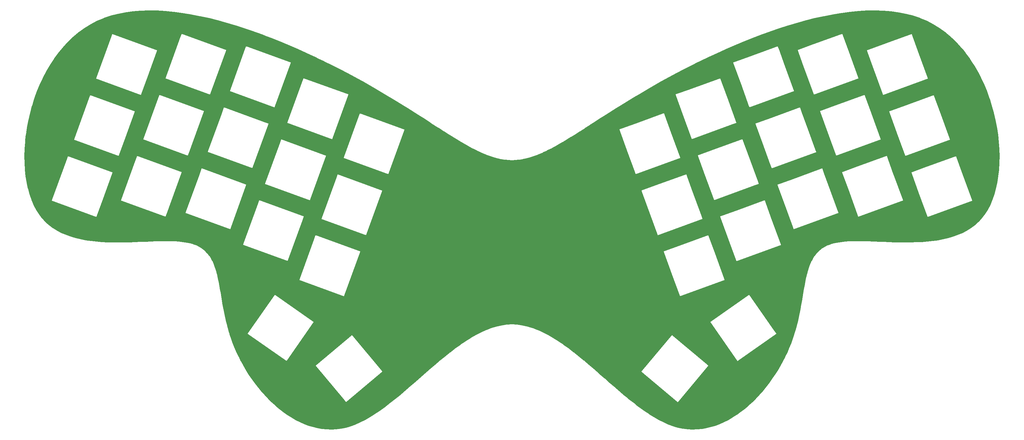
<source format=gtl>
%TF.GenerationSoftware,KiCad,Pcbnew,7.0.1-0*%
%TF.CreationDate,2023-04-15T20:18:30-04:00*%
%TF.ProjectId,plate,706c6174-652e-46b6-9963-61645f706362,rev?*%
%TF.SameCoordinates,Original*%
%TF.FileFunction,Copper,L1,Top*%
%TF.FilePolarity,Positive*%
%FSLAX46Y46*%
G04 Gerber Fmt 4.6, Leading zero omitted, Abs format (unit mm)*
G04 Created by KiCad (PCBNEW 7.0.1-0) date 2023-04-15 20:18:30*
%MOMM*%
%LPD*%
G01*
G04 APERTURE LIST*
G04 APERTURE END LIST*
%TA.AperFunction,NonConductor*%
G36*
X106087385Y-88476908D02*
G01*
X106092575Y-88477088D01*
X108538124Y-88613593D01*
X108542862Y-88613949D01*
X111029735Y-88849026D01*
X111034004Y-88849507D01*
X113557308Y-89178366D01*
X113561241Y-89178943D01*
X116115926Y-89596764D01*
X116119528Y-89597408D01*
X118700924Y-90099422D01*
X118704263Y-90100120D01*
X121307221Y-90681468D01*
X121310189Y-90682171D01*
X123930083Y-91338098D01*
X123932772Y-91338805D01*
X126564507Y-92064443D01*
X126566971Y-92065151D01*
X129205741Y-92855702D01*
X129208104Y-92856437D01*
X131848887Y-93707035D01*
X131851046Y-93707753D01*
X134489096Y-94613617D01*
X134491154Y-94614345D01*
X136185124Y-95230196D01*
X137121434Y-95570596D01*
X137123387Y-95571325D01*
X137942648Y-95884867D01*
X139741060Y-96573144D01*
X139742831Y-96573837D01*
X142343207Y-97616475D01*
X142344830Y-97617140D01*
X144921482Y-98695122D01*
X144922732Y-98695645D01*
X144924333Y-98696327D01*
X147475252Y-99806025D01*
X147476590Y-99806618D01*
X149696960Y-100807983D01*
X149995246Y-100942507D01*
X149996676Y-100943162D01*
X152477347Y-102100007D01*
X152478317Y-102100459D01*
X152479652Y-102101091D01*
X153398115Y-102543006D01*
X154919580Y-103275053D01*
X154920867Y-103275682D01*
X155191233Y-103409636D01*
X157313999Y-104461376D01*
X157315005Y-104461881D01*
X159656690Y-105654591D01*
X159657757Y-105655141D01*
X161942956Y-106849950D01*
X161943979Y-106850493D01*
X164167687Y-108042500D01*
X164168659Y-108043027D01*
X164915086Y-108452812D01*
X166326231Y-109227523D01*
X166327284Y-109228108D01*
X168414700Y-110400630D01*
X168415701Y-110401198D01*
X170434433Y-111559907D01*
X170435371Y-111560451D01*
X171703602Y-112303209D01*
X172386402Y-112703101D01*
X172387306Y-112703630D01*
X172388134Y-112704119D01*
X174275960Y-113830514D01*
X174276463Y-113830816D01*
X176101907Y-114938607D01*
X176101953Y-114938635D01*
X176102621Y-114939043D01*
X177868179Y-116026865D01*
X177868551Y-116027097D01*
X179576565Y-117093502D01*
X179577056Y-117093810D01*
X181228242Y-118136321D01*
X181229318Y-118137000D01*
X181229543Y-118137143D01*
X182828634Y-119155816D01*
X182828890Y-119156090D01*
X182828941Y-119156012D01*
X184376890Y-120148519D01*
X184377039Y-120148679D01*
X184377069Y-120148634D01*
X185876383Y-121113629D01*
X185876384Y-121113630D01*
X186630143Y-121599198D01*
X187315008Y-122040385D01*
X187315116Y-122040477D01*
X188199079Y-122608602D01*
X188710495Y-122937291D01*
X188723164Y-122945433D01*
X188723421Y-122945652D01*
X190091689Y-123819907D01*
X190092130Y-123820262D01*
X190102789Y-123827002D01*
X190103291Y-123827321D01*
X190117474Y-123836385D01*
X190117983Y-123836615D01*
X191406684Y-124652027D01*
X191407249Y-124652579D01*
X192041133Y-125048044D01*
X192704320Y-125461791D01*
X192705005Y-125462218D01*
X192705580Y-125462675D01*
X192716824Y-125469594D01*
X192717425Y-125469966D01*
X192730730Y-125478258D01*
X192731601Y-125478640D01*
X193955194Y-126227681D01*
X193956998Y-126228785D01*
X193958505Y-126229973D01*
X193968411Y-126235800D01*
X193970767Y-126237221D01*
X193982116Y-126244241D01*
X193983708Y-126244928D01*
X195143999Y-126938111D01*
X195175494Y-126956927D01*
X195176998Y-126958099D01*
X195187729Y-126964260D01*
X195189788Y-126965469D01*
X195201041Y-126972221D01*
X195202625Y-126972886D01*
X196362688Y-127645113D01*
X196364006Y-127646126D01*
X196376126Y-127652913D01*
X196377577Y-127653738D01*
X196388810Y-127660228D01*
X196390347Y-127660852D01*
X197520800Y-128291833D01*
X197522524Y-128293135D01*
X197534844Y-128299699D01*
X197537073Y-128300916D01*
X197546950Y-128306440D01*
X197548940Y-128307217D01*
X198652022Y-128895564D01*
X198653950Y-128896992D01*
X198667216Y-128903700D01*
X198669546Y-128904910D01*
X198678727Y-128909799D01*
X198680869Y-128910595D01*
X199753366Y-129452176D01*
X199756095Y-129454346D01*
X199774257Y-129462808D01*
X199778482Y-129464874D01*
X199785100Y-129468268D01*
X199787986Y-129469286D01*
X200842595Y-129968027D01*
X200845422Y-129970017D01*
X200860121Y-129976393D01*
X200864093Y-129978200D01*
X200882494Y-129986962D01*
X200885977Y-129987690D01*
X201906341Y-130433761D01*
X201909766Y-130436098D01*
X201925246Y-130442148D01*
X201930474Y-130444330D01*
X201945959Y-130451212D01*
X201950049Y-130451996D01*
X202951991Y-130850512D01*
X202955398Y-130852754D01*
X202973621Y-130859212D01*
X202978026Y-130860867D01*
X202984408Y-130863405D01*
X202987760Y-130864226D01*
X203987804Y-131218953D01*
X203991931Y-131221279D01*
X204004904Y-131225196D01*
X204011598Y-131227426D01*
X204015359Y-131228799D01*
X204019403Y-131229643D01*
X205005530Y-131533550D01*
X205009999Y-131535877D01*
X205024048Y-131539436D01*
X205030517Y-131541262D01*
X205034184Y-131542405D01*
X205038133Y-131543057D01*
X206012330Y-131794722D01*
X206016928Y-131796891D01*
X206032152Y-131800009D01*
X206038347Y-131801444D01*
X206052160Y-131805019D01*
X206057160Y-131805143D01*
X206701497Y-131937473D01*
X207014282Y-132001711D01*
X207019055Y-132003536D01*
X207031067Y-132005338D01*
X207037522Y-132006481D01*
X207051490Y-132009338D01*
X207056703Y-132009174D01*
X208003628Y-132150818D01*
X208008849Y-132152629D01*
X208023295Y-132153957D01*
X208030122Y-132154776D01*
X208045658Y-132157078D01*
X208051167Y-132156504D01*
X208993013Y-132242482D01*
X208998975Y-132244093D01*
X209009987Y-132244349D01*
X209019295Y-132244916D01*
X209031960Y-132246166D01*
X209038195Y-132245184D01*
X209978399Y-132274177D01*
X209984415Y-132275433D01*
X209995959Y-132275016D01*
X210004810Y-132275012D01*
X210016416Y-132275421D01*
X210022375Y-132274177D01*
X210963936Y-132245128D01*
X210970158Y-132246039D01*
X210981382Y-132244917D01*
X210990878Y-132244334D01*
X211003386Y-132244046D01*
X211009484Y-132242310D01*
X211950898Y-132156359D01*
X211956608Y-132156895D01*
X211970316Y-132154813D01*
X211977841Y-132153905D01*
X211980469Y-132153668D01*
X211984754Y-132152644D01*
X212944940Y-132009004D01*
X212950264Y-132009134D01*
X212962997Y-132006500D01*
X212969956Y-132005266D01*
X212983910Y-132003199D01*
X212988913Y-132001173D01*
X213944295Y-131804953D01*
X213949473Y-131804797D01*
X213962126Y-131801483D01*
X213968956Y-131799899D01*
X213972729Y-131799135D01*
X213976723Y-131797699D01*
X214949367Y-131546428D01*
X214954651Y-131546135D01*
X214969912Y-131541325D01*
X214977120Y-131539290D01*
X214980495Y-131538446D01*
X214984438Y-131536822D01*
X215968515Y-131233541D01*
X215973469Y-131233046D01*
X215989416Y-131227269D01*
X215995699Y-131225180D01*
X216000685Y-131223668D01*
X216004302Y-131221963D01*
X217013425Y-130864012D01*
X217016989Y-130863128D01*
X217022325Y-130860982D01*
X217027652Y-130858979D01*
X217034447Y-130856601D01*
X217037820Y-130854805D01*
X218050749Y-130451916D01*
X218054843Y-130451131D01*
X218070283Y-130444269D01*
X218075642Y-130442036D01*
X218081875Y-130439607D01*
X218085077Y-130437782D01*
X218911158Y-130076645D01*
X219114830Y-129987606D01*
X219118737Y-129986789D01*
X219136207Y-129978370D01*
X219141202Y-129976098D01*
X219147043Y-129973594D01*
X219149938Y-129971854D01*
X220212974Y-129469128D01*
X220216197Y-129467986D01*
X220221814Y-129465069D01*
X220227099Y-129462481D01*
X220234957Y-129458860D01*
X220237848Y-129456935D01*
X221320101Y-128910428D01*
X221322658Y-128909474D01*
X221330721Y-128905124D01*
X221334151Y-128903342D01*
X221352762Y-128894037D01*
X221355042Y-128892143D01*
X222452014Y-128307057D01*
X222454404Y-128306120D01*
X222463090Y-128301207D01*
X222466743Y-128299221D01*
X222478198Y-128293237D01*
X222480522Y-128291465D01*
X223610615Y-127660690D01*
X223612591Y-127659885D01*
X223622748Y-127653951D01*
X223625337Y-127652480D01*
X223634151Y-127647609D01*
X223635877Y-127646337D01*
X224798224Y-126972793D01*
X224799799Y-126972132D01*
X224811141Y-126965327D01*
X224812856Y-126964316D01*
X224823667Y-126958062D01*
X224824925Y-126957089D01*
X226017262Y-126244768D01*
X226019271Y-126243897D01*
X226029500Y-126237505D01*
X226033035Y-126235376D01*
X226043534Y-126229290D01*
X226045509Y-126227683D01*
X227269408Y-125478462D01*
X227270824Y-125477838D01*
X227282752Y-125470312D01*
X227284755Y-125469074D01*
X227296796Y-125461791D01*
X227297998Y-125460795D01*
X228557228Y-124675199D01*
X228558188Y-124674771D01*
X228571273Y-124666443D01*
X228572470Y-124665691D01*
X228585217Y-124657780D01*
X228586001Y-124657123D01*
X228594057Y-124652026D01*
X229883013Y-123836460D01*
X229884012Y-123836008D01*
X229896908Y-123827680D01*
X229898600Y-123826607D01*
X229923292Y-123811218D01*
X229924237Y-123810212D01*
X230744107Y-123286362D01*
X241421588Y-123286362D01*
X241429891Y-123309198D01*
X241430021Y-123309414D01*
X243854950Y-129971850D01*
X245992272Y-135844096D01*
X246167374Y-136325183D01*
X246167435Y-136325572D01*
X246175669Y-136348091D01*
X246175945Y-136348394D01*
X246175946Y-136348394D01*
X246175947Y-136348395D01*
X246176361Y-136348413D01*
X246176364Y-136348409D01*
X246193789Y-136342025D01*
X259214671Y-131602811D01*
X259214865Y-131602783D01*
X259214854Y-131602751D01*
X259238086Y-131594332D01*
X259238089Y-131594333D01*
X259238395Y-131594053D01*
X259238408Y-131593746D01*
X259238413Y-131593639D01*
X259238412Y-131593638D01*
X259238413Y-131593637D01*
X259230227Y-131570966D01*
X259229949Y-131570506D01*
X259219959Y-131543059D01*
X258984581Y-130896362D01*
X264391588Y-130896362D01*
X264399891Y-130919198D01*
X264400021Y-130919414D01*
X266375597Y-136347263D01*
X269132637Y-143922170D01*
X269137374Y-143935183D01*
X269137435Y-143935572D01*
X269145669Y-143958091D01*
X269145945Y-143958394D01*
X269145946Y-143958394D01*
X269145947Y-143958395D01*
X269146361Y-143958413D01*
X269146364Y-143958409D01*
X269163789Y-143952025D01*
X281570470Y-139436362D01*
X287721588Y-139436362D01*
X287729891Y-139459198D01*
X287730021Y-139459414D01*
X290418968Y-146847234D01*
X292366804Y-152198871D01*
X292467374Y-152475183D01*
X292467435Y-152475572D01*
X292475669Y-152498091D01*
X292475945Y-152498394D01*
X292475946Y-152498394D01*
X292475947Y-152498395D01*
X292476361Y-152498413D01*
X292476364Y-152498409D01*
X292493789Y-152492025D01*
X305514671Y-147752811D01*
X305514865Y-147752783D01*
X305514854Y-147752751D01*
X305538086Y-147744332D01*
X305538089Y-147744333D01*
X305538395Y-147744053D01*
X305538408Y-147743746D01*
X305538413Y-147743639D01*
X305538412Y-147743638D01*
X305538413Y-147743637D01*
X305530227Y-147720965D01*
X305529949Y-147720506D01*
X305214149Y-146852853D01*
X302942207Y-140610742D01*
X301175357Y-135756362D01*
X306601588Y-135756362D01*
X306609891Y-135779198D01*
X306610021Y-135779414D01*
X308577165Y-141184096D01*
X311341634Y-148779414D01*
X311347374Y-148795183D01*
X311347435Y-148795572D01*
X311355669Y-148818091D01*
X311355945Y-148818394D01*
X311355946Y-148818394D01*
X311355947Y-148818395D01*
X311356361Y-148818413D01*
X311356364Y-148818409D01*
X311373789Y-148812025D01*
X324394671Y-144072811D01*
X324394865Y-144072783D01*
X324394854Y-144072751D01*
X324418086Y-144064332D01*
X324418089Y-144064333D01*
X324418395Y-144064053D01*
X324418408Y-144063746D01*
X324418413Y-144063639D01*
X324418412Y-144063638D01*
X324418413Y-144063637D01*
X324410227Y-144040965D01*
X324409949Y-144040506D01*
X324404434Y-144025355D01*
X321838611Y-136975812D01*
X321423885Y-135836362D01*
X326851588Y-135836362D01*
X326859891Y-135859198D01*
X326860021Y-135859414D01*
X329207408Y-142308806D01*
X331593618Y-148864865D01*
X331597374Y-148875183D01*
X331597435Y-148875572D01*
X331605669Y-148898091D01*
X331605945Y-148898394D01*
X331605946Y-148898394D01*
X331605947Y-148898395D01*
X331606361Y-148898413D01*
X331606364Y-148898409D01*
X331623789Y-148892025D01*
X344644671Y-144152811D01*
X344644865Y-144152783D01*
X344644854Y-144152751D01*
X344668086Y-144144332D01*
X344668089Y-144144333D01*
X344668395Y-144144053D01*
X344668408Y-144143746D01*
X344668413Y-144143639D01*
X344668412Y-144143638D01*
X344668413Y-144143637D01*
X344660227Y-144120966D01*
X344659949Y-144120506D01*
X344656615Y-144111347D01*
X342061742Y-136981990D01*
X339922822Y-131105355D01*
X339922752Y-131105161D01*
X339914333Y-131081911D01*
X339914053Y-131081605D01*
X339914054Y-131081605D01*
X339913884Y-131081597D01*
X339913745Y-131081592D01*
X339913638Y-131081588D01*
X339913636Y-131081588D01*
X339891347Y-131089653D01*
X339890965Y-131089882D01*
X330962530Y-134339567D01*
X326872104Y-135828361D01*
X326851911Y-135835667D01*
X326851607Y-135835940D01*
X326851605Y-135835945D01*
X326851588Y-135836362D01*
X321423885Y-135836362D01*
X319672822Y-131025355D01*
X319672752Y-131025161D01*
X319664333Y-131001911D01*
X319664053Y-131001605D01*
X319664054Y-131001605D01*
X319663884Y-131001597D01*
X319663745Y-131001592D01*
X319663638Y-131001588D01*
X319663636Y-131001588D01*
X319641347Y-131009653D01*
X319640965Y-131009882D01*
X310712530Y-134259567D01*
X306622104Y-135748361D01*
X306601911Y-135755667D01*
X306601607Y-135755940D01*
X306601605Y-135755945D01*
X306601588Y-135756362D01*
X301175357Y-135756362D01*
X300792822Y-134705355D01*
X300792752Y-134705161D01*
X300784333Y-134681911D01*
X300784053Y-134681605D01*
X300784054Y-134681605D01*
X300783884Y-134681597D01*
X300783745Y-134681592D01*
X300783638Y-134681588D01*
X300783636Y-134681588D01*
X300761347Y-134689653D01*
X300760965Y-134689882D01*
X291832530Y-137939567D01*
X287742104Y-139428361D01*
X287721911Y-139435667D01*
X287721607Y-139435940D01*
X287721605Y-139435945D01*
X287721588Y-139436362D01*
X281570470Y-139436362D01*
X282184671Y-139212811D01*
X282184865Y-139212783D01*
X282184854Y-139212751D01*
X282208086Y-139204332D01*
X282208089Y-139204333D01*
X282208395Y-139204053D01*
X282208408Y-139203746D01*
X282208413Y-139203639D01*
X282208412Y-139203638D01*
X282208413Y-139203637D01*
X282200227Y-139180966D01*
X282199949Y-139180506D01*
X282073432Y-138832904D01*
X279642599Y-132154245D01*
X277462822Y-126165355D01*
X277462752Y-126165161D01*
X277454333Y-126141911D01*
X277454053Y-126141605D01*
X277454054Y-126141605D01*
X277453884Y-126141597D01*
X277453745Y-126141592D01*
X277453638Y-126141588D01*
X277453636Y-126141588D01*
X277431347Y-126149653D01*
X277430965Y-126149882D01*
X269519046Y-129029586D01*
X264412104Y-130888361D01*
X264391911Y-130895667D01*
X264391607Y-130895940D01*
X264391605Y-130895945D01*
X264391588Y-130896362D01*
X258984581Y-130896362D01*
X256712030Y-124652579D01*
X254492822Y-118555355D01*
X254492752Y-118555161D01*
X254484333Y-118531911D01*
X254484053Y-118531605D01*
X254484054Y-118531605D01*
X254483885Y-118531597D01*
X254483745Y-118531592D01*
X254483638Y-118531588D01*
X254483636Y-118531588D01*
X254461347Y-118539653D01*
X254460965Y-118539882D01*
X246705199Y-121362751D01*
X241442104Y-123278361D01*
X241421911Y-123285667D01*
X241421607Y-123285940D01*
X241421605Y-123285945D01*
X241421588Y-123286362D01*
X230744107Y-123286362D01*
X231263722Y-122954358D01*
X231263722Y-122954357D01*
X231290039Y-122937542D01*
X231290271Y-122937293D01*
X232671881Y-122049340D01*
X232671880Y-122049340D01*
X232749502Y-121999453D01*
X232749825Y-121999128D01*
X234124510Y-121113573D01*
X234125817Y-121112731D01*
X235623831Y-120148585D01*
X235624247Y-120148317D01*
X235624428Y-120148201D01*
X237172069Y-119155905D01*
X237172069Y-119155904D01*
X237172159Y-119155846D01*
X238771447Y-118137060D01*
X238771446Y-118137060D01*
X240424066Y-117093656D01*
X242132347Y-116027097D01*
X243898464Y-114938941D01*
X243898773Y-114938753D01*
X245724577Y-113830754D01*
X245724929Y-113830542D01*
X247039223Y-113046362D01*
X257891588Y-113046362D01*
X257899891Y-113069198D01*
X257900021Y-113069414D01*
X260115070Y-119155210D01*
X262413401Y-125469824D01*
X262637374Y-126085183D01*
X262637435Y-126085572D01*
X262645669Y-126108091D01*
X262645945Y-126108394D01*
X262645946Y-126108394D01*
X262645947Y-126108395D01*
X262646361Y-126108413D01*
X262646364Y-126108409D01*
X262663789Y-126102025D01*
X275097945Y-121576362D01*
X281221588Y-121576362D01*
X281229891Y-121599198D01*
X281230021Y-121599414D01*
X283435852Y-127659885D01*
X285414978Y-133097489D01*
X285967374Y-134615183D01*
X285967435Y-134615572D01*
X285975669Y-134638091D01*
X285975945Y-134638394D01*
X285975946Y-134638394D01*
X285975947Y-134638395D01*
X285976361Y-134638413D01*
X285976364Y-134638409D01*
X285993789Y-134632025D01*
X299014671Y-129892811D01*
X299014865Y-129892783D01*
X299014854Y-129892751D01*
X299038086Y-129884332D01*
X299038089Y-129884333D01*
X299038395Y-129884053D01*
X299038408Y-129883746D01*
X299038413Y-129883639D01*
X299038412Y-129883638D01*
X299038413Y-129883637D01*
X299030227Y-129860965D01*
X299029949Y-129860506D01*
X298887500Y-129469131D01*
X296428271Y-122712454D01*
X294671717Y-117886362D01*
X300101588Y-117886362D01*
X300109891Y-117909198D01*
X300110021Y-117909414D01*
X302569105Y-124665691D01*
X304845195Y-130919198D01*
X304847374Y-130925183D01*
X304847435Y-130925572D01*
X304855669Y-130948091D01*
X304855945Y-130948394D01*
X304855946Y-130948394D01*
X304855947Y-130948395D01*
X304856361Y-130948413D01*
X304856364Y-130948409D01*
X304873789Y-130942025D01*
X317894671Y-126202811D01*
X317894865Y-126202783D01*
X317894854Y-126202751D01*
X317918086Y-126194332D01*
X317918089Y-126194333D01*
X317918395Y-126194053D01*
X317918408Y-126193746D01*
X317918413Y-126193639D01*
X317918412Y-126193638D01*
X317918413Y-126193637D01*
X317910227Y-126170966D01*
X317909949Y-126170506D01*
X317909737Y-126169924D01*
X315356575Y-119155168D01*
X314927525Y-117976362D01*
X320361588Y-117976362D01*
X320369891Y-117999198D01*
X320370021Y-117999414D01*
X322857926Y-124834875D01*
X325105444Y-131009882D01*
X325107374Y-131015183D01*
X325107435Y-131015572D01*
X325115669Y-131038091D01*
X325115945Y-131038394D01*
X325115946Y-131038394D01*
X325115947Y-131038395D01*
X325116361Y-131038413D01*
X325116364Y-131038409D01*
X325133789Y-131032025D01*
X338154671Y-126292811D01*
X338154865Y-126292783D01*
X338154854Y-126292751D01*
X338178086Y-126284332D01*
X338178089Y-126284333D01*
X338178395Y-126284053D01*
X338178408Y-126283746D01*
X338178413Y-126283639D01*
X338178412Y-126283638D01*
X338178413Y-126283637D01*
X338170227Y-126260965D01*
X338169949Y-126260506D01*
X338161577Y-126237505D01*
X335360649Y-118542017D01*
X333432822Y-113245355D01*
X333432752Y-113245161D01*
X333424333Y-113221911D01*
X333424053Y-113221605D01*
X333424054Y-113221605D01*
X333423884Y-113221597D01*
X333423745Y-113221592D01*
X333423638Y-113221588D01*
X333423636Y-113221588D01*
X333401347Y-113229653D01*
X333400965Y-113229882D01*
X324834229Y-116347920D01*
X320382104Y-117968361D01*
X320361911Y-117975667D01*
X320361607Y-117975940D01*
X320361605Y-117975945D01*
X320361588Y-117976362D01*
X314927525Y-117976362D01*
X313172822Y-113155355D01*
X313172752Y-113155161D01*
X313164333Y-113131911D01*
X313164053Y-113131605D01*
X313164054Y-113131605D01*
X313163885Y-113131597D01*
X313163745Y-113131592D01*
X313163638Y-113131588D01*
X313163636Y-113131588D01*
X313141347Y-113139653D01*
X313140965Y-113139882D01*
X304320373Y-116350316D01*
X300122104Y-117878361D01*
X300101911Y-117885667D01*
X300101607Y-117885940D01*
X300101605Y-117885945D01*
X300101588Y-117886362D01*
X294671717Y-117886362D01*
X294292822Y-116845355D01*
X294292752Y-116845161D01*
X294284333Y-116821911D01*
X294284053Y-116821605D01*
X294284054Y-116821605D01*
X294283885Y-116821597D01*
X294283745Y-116821592D01*
X294283638Y-116821588D01*
X294283636Y-116821588D01*
X294261347Y-116829653D01*
X294260965Y-116829882D01*
X285332530Y-120079567D01*
X281242104Y-121568361D01*
X281221911Y-121575667D01*
X281221607Y-121575940D01*
X281221605Y-121575945D01*
X281221588Y-121576362D01*
X275097945Y-121576362D01*
X275684671Y-121362811D01*
X275684865Y-121362783D01*
X275684854Y-121362751D01*
X275708086Y-121354332D01*
X275708089Y-121354333D01*
X275708395Y-121354053D01*
X275708408Y-121353746D01*
X275708413Y-121353639D01*
X275708412Y-121353638D01*
X275708413Y-121353637D01*
X275700227Y-121330965D01*
X275699949Y-121330506D01*
X275621012Y-121113629D01*
X273123162Y-114250840D01*
X270962822Y-108315355D01*
X270962752Y-108315161D01*
X270954333Y-108291911D01*
X270954053Y-108291605D01*
X270954054Y-108291605D01*
X270953884Y-108291597D01*
X270953745Y-108291592D01*
X270953638Y-108291588D01*
X270953636Y-108291588D01*
X270931347Y-108299653D01*
X270930965Y-108299882D01*
X262002530Y-111549567D01*
X257912104Y-113038361D01*
X257891911Y-113045667D01*
X257891607Y-113045940D01*
X257891605Y-113045945D01*
X257891588Y-113046362D01*
X247039223Y-113046362D01*
X247612960Y-112704039D01*
X247613718Y-112703592D01*
X249565691Y-111560404D01*
X249566389Y-111559999D01*
X251585392Y-110401145D01*
X251586060Y-110400766D01*
X253673802Y-109228075D01*
X253674677Y-109227589D01*
X255832355Y-108043043D01*
X255833234Y-108042566D01*
X258057061Y-106850504D01*
X258058015Y-106849999D01*
X260343309Y-105655146D01*
X260344222Y-105654676D01*
X262685920Y-104461965D01*
X262686781Y-104461533D01*
X264170609Y-103726362D01*
X274741588Y-103726362D01*
X274749891Y-103749198D01*
X274750021Y-103749414D01*
X277080829Y-110153255D01*
X279335743Y-116348582D01*
X279487374Y-116765183D01*
X279487435Y-116765572D01*
X279495669Y-116788091D01*
X279495945Y-116788394D01*
X279495946Y-116788394D01*
X279495947Y-116788395D01*
X279496361Y-116788413D01*
X279496364Y-116788409D01*
X279513789Y-116782025D01*
X292534671Y-112042811D01*
X292534865Y-112042783D01*
X292534854Y-112042751D01*
X292558086Y-112034332D01*
X292558089Y-112034333D01*
X292558395Y-112034053D01*
X292558408Y-112033746D01*
X292558413Y-112033639D01*
X292558412Y-112033638D01*
X292558413Y-112033637D01*
X292550227Y-112010965D01*
X292549949Y-112010506D01*
X292386151Y-111560476D01*
X289762141Y-104351066D01*
X288195357Y-100046362D01*
X293601588Y-100046362D01*
X293609891Y-100069198D01*
X293610021Y-100069414D01*
X295168476Y-104351234D01*
X298343618Y-113074865D01*
X298347374Y-113085183D01*
X298347435Y-113085572D01*
X298355669Y-113108091D01*
X298355945Y-113108394D01*
X298355946Y-113108394D01*
X298355947Y-113108395D01*
X298356361Y-113108413D01*
X298356364Y-113108409D01*
X298373789Y-113102025D01*
X311394671Y-108362811D01*
X311394865Y-108362783D01*
X311394854Y-108362751D01*
X311418086Y-108354332D01*
X311418089Y-108354333D01*
X311418395Y-108354053D01*
X311418408Y-108353746D01*
X311418413Y-108353639D01*
X311418412Y-108353638D01*
X311418413Y-108353637D01*
X311410227Y-108330966D01*
X311409949Y-108330506D01*
X311406615Y-108321347D01*
X308427525Y-100136362D01*
X313871588Y-100136362D01*
X313879891Y-100159198D01*
X313880021Y-100159414D01*
X315405603Y-104350916D01*
X318613618Y-113164865D01*
X318617374Y-113175183D01*
X318617435Y-113175572D01*
X318625669Y-113198091D01*
X318625945Y-113198394D01*
X318625946Y-113198394D01*
X318625947Y-113198395D01*
X318626361Y-113198413D01*
X318626364Y-113198409D01*
X318643789Y-113192025D01*
X331664671Y-108452811D01*
X331664865Y-108452783D01*
X331664854Y-108452751D01*
X331688086Y-108444332D01*
X331688089Y-108444333D01*
X331688395Y-108444053D01*
X331688408Y-108443746D01*
X331688413Y-108443639D01*
X331688412Y-108443638D01*
X331688413Y-108443637D01*
X331680227Y-108420966D01*
X331679949Y-108420506D01*
X331676615Y-108411347D01*
X328909266Y-100808115D01*
X326942822Y-95405355D01*
X326942752Y-95405161D01*
X326934333Y-95381911D01*
X326934053Y-95381605D01*
X326934054Y-95381605D01*
X326933885Y-95381597D01*
X326933745Y-95381592D01*
X326933638Y-95381588D01*
X326933636Y-95381588D01*
X326911347Y-95389653D01*
X326910965Y-95389882D01*
X320791236Y-97617282D01*
X313892104Y-100128361D01*
X313871911Y-100135667D01*
X313871607Y-100135940D01*
X313871605Y-100135945D01*
X313871588Y-100136362D01*
X308427525Y-100136362D01*
X308423926Y-100126475D01*
X306672822Y-95315355D01*
X306672752Y-95315161D01*
X306664333Y-95291911D01*
X306664053Y-95291605D01*
X306664054Y-95291605D01*
X306663884Y-95291597D01*
X306663745Y-95291592D01*
X306663638Y-95291588D01*
X306663636Y-95291588D01*
X306641347Y-95299653D01*
X306640965Y-95299882D01*
X297712530Y-98549567D01*
X293622104Y-100038361D01*
X293601911Y-100045667D01*
X293601607Y-100045940D01*
X293601605Y-100045945D01*
X293601588Y-100046362D01*
X288195357Y-100046362D01*
X287812822Y-98995355D01*
X287812752Y-98995161D01*
X287804333Y-98971911D01*
X287804053Y-98971605D01*
X287804054Y-98971605D01*
X287803884Y-98971597D01*
X287803745Y-98971592D01*
X287803638Y-98971588D01*
X287803636Y-98971588D01*
X287781347Y-98979653D01*
X287780965Y-98979882D01*
X279208429Y-102100031D01*
X274762104Y-103718361D01*
X274741911Y-103725667D01*
X274741607Y-103725940D01*
X274741605Y-103725945D01*
X274741588Y-103726362D01*
X264170609Y-103726362D01*
X265080145Y-103275727D01*
X265081322Y-103275152D01*
X267521223Y-102101206D01*
X267522411Y-102100644D01*
X270004337Y-100943215D01*
X270005666Y-100942607D01*
X272524361Y-99806705D01*
X272525587Y-99806161D01*
X275076598Y-98696424D01*
X275078089Y-98695788D01*
X277656086Y-97617244D01*
X277657616Y-97616617D01*
X280258094Y-96573940D01*
X280259687Y-96573316D01*
X282877578Y-95571412D01*
X282879325Y-95570760D01*
X285509709Y-94614470D01*
X285511698Y-94613767D01*
X288149797Y-93707886D01*
X288151894Y-93707188D01*
X290792694Y-92856583D01*
X290795001Y-92855865D01*
X293433809Y-92065301D01*
X293436273Y-92064592D01*
X296068010Y-91338952D01*
X296070699Y-91338245D01*
X298690536Y-90682331D01*
X298693467Y-90681637D01*
X301296506Y-90100268D01*
X301299755Y-90099589D01*
X303881187Y-89597567D01*
X303884767Y-89596926D01*
X306439460Y-89179104D01*
X306443375Y-89178529D01*
X308966665Y-88849672D01*
X308970922Y-88849193D01*
X311457783Y-88614117D01*
X311462514Y-88613763D01*
X313908045Y-88477259D01*
X313913233Y-88477079D01*
X316312524Y-88443925D01*
X316318171Y-88443975D01*
X318666392Y-88518940D01*
X318672537Y-88519290D01*
X320964750Y-88707130D01*
X320971402Y-88707857D01*
X323202732Y-89013318D01*
X323209946Y-89014523D01*
X325375506Y-89442331D01*
X325383225Y-89444113D01*
X327478200Y-89998994D01*
X327486353Y-90001456D01*
X329505995Y-90688151D01*
X329514503Y-90691399D01*
X331040161Y-91338973D01*
X331454028Y-91514641D01*
X331462672Y-91518709D01*
X333318493Y-92481272D01*
X333326641Y-92485897D01*
X335098206Y-93581952D01*
X335105657Y-93586946D01*
X336239384Y-94407693D01*
X336792918Y-94808417D01*
X336799695Y-94813689D01*
X337479694Y-95381659D01*
X338402483Y-96152420D01*
X338402565Y-96152488D01*
X338408650Y-96157920D01*
X338844921Y-96573986D01*
X339926988Y-97605937D01*
X339932411Y-97611443D01*
X341211080Y-98993085D01*
X341366014Y-99160496D01*
X341370823Y-99166009D01*
X342186814Y-100159414D01*
X342719554Y-100807983D01*
X342723800Y-100813458D01*
X342817866Y-100941992D01*
X343665677Y-102100459D01*
X343987435Y-102540115D01*
X343991164Y-102545503D01*
X344774447Y-103744096D01*
X345169589Y-104348749D01*
X345172860Y-104354041D01*
X345235872Y-104461938D01*
X346265856Y-106225613D01*
X346268725Y-106230808D01*
X346591928Y-106850553D01*
X347213543Y-108042510D01*
X347276096Y-108162455D01*
X347278599Y-108167535D01*
X347406831Y-108443524D01*
X348200213Y-110151103D01*
X348202400Y-110156094D01*
X349038072Y-112183319D01*
X349039973Y-112188225D01*
X349789537Y-114250840D01*
X349791183Y-114255678D01*
X350454512Y-116345524D01*
X350455928Y-116350316D01*
X351032860Y-118459134D01*
X351034064Y-118463905D01*
X351524446Y-120583394D01*
X351525452Y-120588169D01*
X351929159Y-122710131D01*
X351929977Y-122714943D01*
X352246867Y-124831106D01*
X352247499Y-124835986D01*
X352477454Y-126938111D01*
X352477897Y-126943096D01*
X352620789Y-129022903D01*
X352621035Y-129028032D01*
X352676757Y-131077311D01*
X352676788Y-131082627D01*
X352645231Y-133093076D01*
X352645019Y-133098627D01*
X352526091Y-135061969D01*
X352525599Y-135067807D01*
X352319215Y-136975812D01*
X352318389Y-136981990D01*
X352024493Y-138826327D01*
X352023262Y-138832904D01*
X351641800Y-140605347D01*
X351640071Y-140612378D01*
X351171028Y-142304630D01*
X351168678Y-142312165D01*
X350612070Y-143915954D01*
X350608947Y-143924031D01*
X349964812Y-145431138D01*
X349960727Y-145439763D01*
X349229143Y-146841981D01*
X349223874Y-146851111D01*
X348404910Y-148140362D01*
X348398326Y-148149739D01*
X347492679Y-149320640D01*
X347485148Y-149329487D01*
X346496838Y-150385952D01*
X346488684Y-150393903D01*
X345422759Y-151341755D01*
X345414259Y-151348665D01*
X344275745Y-152193625D01*
X344267183Y-152199442D01*
X343061108Y-152947150D01*
X343052730Y-152951904D01*
X341784201Y-153607899D01*
X341776202Y-153611680D01*
X340450405Y-154181453D01*
X340442921Y-154184386D01*
X339065023Y-154673436D01*
X339058133Y-154675657D01*
X337633379Y-155089465D01*
X337627119Y-155091107D01*
X336160938Y-155435125D01*
X336155312Y-155436309D01*
X334652837Y-155716086D01*
X334647829Y-155716912D01*
X333114575Y-155937932D01*
X333110156Y-155938489D01*
X331551299Y-156106311D01*
X331547435Y-156106665D01*
X329968582Y-156226816D01*
X329965240Y-156227026D01*
X328371413Y-156305095D01*
X328368558Y-156305201D01*
X326765509Y-156346743D01*
X326763116Y-156346782D01*
X325155870Y-156357393D01*
X325153913Y-156357391D01*
X323547829Y-156342655D01*
X323546294Y-156342631D01*
X321946948Y-156308149D01*
X321945824Y-156308120D01*
X320358178Y-156259484D01*
X320357463Y-156259460D01*
X318787424Y-156202294D01*
X318787124Y-156202283D01*
X317460952Y-156150777D01*
X317239295Y-156142169D01*
X317239294Y-156142169D01*
X317239210Y-156142165D01*
X317239163Y-156142164D01*
X317239069Y-156142135D01*
X317239069Y-156142160D01*
X317238790Y-156142148D01*
X317237087Y-156142083D01*
X317236965Y-156142081D01*
X316428015Y-156111512D01*
X315719705Y-156084746D01*
X315719705Y-156084744D01*
X315717608Y-156084673D01*
X315717451Y-156084671D01*
X314234479Y-156035654D01*
X314234042Y-156035637D01*
X314217036Y-156035180D01*
X314216720Y-156035215D01*
X312800366Y-156000765D01*
X312799384Y-156000632D01*
X312786506Y-156000428D01*
X312786437Y-156000427D01*
X312786376Y-156000426D01*
X312786403Y-156000426D01*
X312786335Y-156000425D01*
X312785986Y-156000420D01*
X312785717Y-156000419D01*
X311406946Y-155985026D01*
X311405634Y-155984766D01*
X311383779Y-155984766D01*
X311383663Y-155984766D01*
X311383591Y-155984766D01*
X311369591Y-155984766D01*
X311368763Y-155984870D01*
X310048299Y-155994126D01*
X310046149Y-155993832D01*
X310031224Y-155994229D01*
X310029617Y-155994262D01*
X310021745Y-155994368D01*
X310019953Y-155994574D01*
X308754152Y-156033810D01*
X308751806Y-156033466D01*
X308732821Y-156034452D01*
X308731121Y-156034529D01*
X308718170Y-156035023D01*
X308715687Y-156035505D01*
X307512965Y-156109928D01*
X307509909Y-156109648D01*
X307495046Y-156110999D01*
X307492394Y-156111211D01*
X307476595Y-156112305D01*
X307473354Y-156113181D01*
X306341501Y-156227658D01*
X306337346Y-156227396D01*
X306323003Y-156229445D01*
X306319004Y-156229950D01*
X306307611Y-156231200D01*
X306303830Y-156232322D01*
X305236636Y-156393303D01*
X305231975Y-156393343D01*
X305221470Y-156395469D01*
X305216767Y-156396327D01*
X305207849Y-156397776D01*
X305203605Y-156399264D01*
X304212449Y-156611300D01*
X304206495Y-156611631D01*
X304196925Y-156614366D01*
X304189755Y-156616186D01*
X304183034Y-156617679D01*
X304178000Y-156619883D01*
X303264694Y-156887416D01*
X303258781Y-156888264D01*
X303251059Y-156891132D01*
X303243936Y-156893535D01*
X303235671Y-156896046D01*
X303230324Y-156899066D01*
X302395679Y-157220323D01*
X302389658Y-157221703D01*
X302382308Y-157225180D01*
X302375637Y-157228099D01*
X302369129Y-157230721D01*
X302364208Y-157233997D01*
X301599701Y-157608805D01*
X301593327Y-157610875D01*
X301587798Y-157614193D01*
X301579457Y-157618772D01*
X301573123Y-157621938D01*
X301567884Y-157626320D01*
X300871004Y-158052282D01*
X300864861Y-158055040D01*
X300861885Y-158057260D01*
X300852750Y-158063459D01*
X300848218Y-158066247D01*
X300843222Y-158071246D01*
X300209308Y-158546979D01*
X300203425Y-158550286D01*
X300199973Y-158553399D01*
X300191933Y-158560056D01*
X300187995Y-158563045D01*
X300183640Y-158568241D01*
X299607387Y-159093191D01*
X299602156Y-159096852D01*
X299598657Y-159100621D01*
X299592111Y-159107163D01*
X299588305Y-159110691D01*
X299584637Y-159115929D01*
X299063483Y-159687222D01*
X299058512Y-159691324D01*
X299054293Y-159696762D01*
X299048495Y-159703697D01*
X299044632Y-159707988D01*
X299041486Y-159713482D01*
X298569635Y-160331623D01*
X298565561Y-160335754D01*
X298562266Y-160340789D01*
X298557559Y-160347487D01*
X298553238Y-160353222D01*
X298550668Y-160358778D01*
X298126524Y-161019008D01*
X298123056Y-161023010D01*
X298118172Y-161031707D01*
X298115394Y-161036408D01*
X298110662Y-161044026D01*
X298108842Y-161048796D01*
X297725013Y-161755098D01*
X297722141Y-161759140D01*
X297719238Y-161765322D01*
X297716267Y-161771233D01*
X297710817Y-161781389D01*
X297709336Y-161786705D01*
X297366999Y-162527682D01*
X297364258Y-162531799D01*
X297359911Y-162542668D01*
X297357666Y-162547926D01*
X297353177Y-162557800D01*
X297352098Y-162562419D01*
X297041927Y-163347847D01*
X297040068Y-163351171D01*
X297036268Y-163362014D01*
X297035211Y-163364914D01*
X297029735Y-163379370D01*
X297029146Y-163382939D01*
X296750135Y-164204298D01*
X296748463Y-164207595D01*
X296744967Y-164219289D01*
X296743804Y-164222966D01*
X296739848Y-164234835D01*
X296739338Y-164238376D01*
X296486010Y-165098578D01*
X296484392Y-165102040D01*
X296481272Y-165114338D01*
X296479973Y-165119065D01*
X296475414Y-165134450D01*
X296475127Y-165138201D01*
X296244863Y-166031181D01*
X296243878Y-166033535D01*
X296240637Y-166047454D01*
X296240032Y-166049935D01*
X296235590Y-166067373D01*
X296235452Y-166070108D01*
X296023457Y-166997337D01*
X296022716Y-166999238D01*
X296019449Y-167014819D01*
X296019185Y-167016049D01*
X296016923Y-167026314D01*
X296016769Y-167027829D01*
X295814984Y-168007825D01*
X295814749Y-168008699D01*
X295813545Y-168014806D01*
X295813482Y-168015124D01*
X295811415Y-168025454D01*
X295811304Y-168026649D01*
X295616821Y-169055990D01*
X295616710Y-169057261D01*
X295428934Y-170117249D01*
X295428868Y-170118043D01*
X295243678Y-171207039D01*
X295243650Y-171207367D01*
X295058687Y-172313145D01*
X295058679Y-172313191D01*
X294866434Y-173454238D01*
X294866333Y-173454826D01*
X294664473Y-174618738D01*
X294664295Y-174619743D01*
X294448629Y-175805221D01*
X294448366Y-175806619D01*
X294214789Y-177011887D01*
X294214433Y-177013655D01*
X293958807Y-178237167D01*
X293958346Y-178239283D01*
X293676499Y-179479631D01*
X293675917Y-179482076D01*
X293363769Y-180737448D01*
X293363051Y-180740200D01*
X293016448Y-182009122D01*
X293015577Y-182012158D01*
X292630398Y-183293019D01*
X292629357Y-183296315D01*
X292201440Y-184587641D01*
X292200211Y-184591169D01*
X291725473Y-185891230D01*
X291724066Y-185894903D01*
X291199187Y-187202038D01*
X291197685Y-187205614D01*
X290623153Y-188516296D01*
X290621579Y-188519743D01*
X289998771Y-189830141D01*
X289997120Y-189833484D01*
X289327458Y-191139663D01*
X289325724Y-191142925D01*
X288610620Y-192440972D01*
X288608794Y-192444172D01*
X287849721Y-193730078D01*
X287847793Y-193733236D01*
X287046144Y-195003136D01*
X287044102Y-195006266D01*
X286201311Y-196256229D01*
X286199140Y-196259345D01*
X285316594Y-197485507D01*
X285314277Y-197488621D01*
X284393521Y-198686913D01*
X284391041Y-198690035D01*
X283433434Y-199856643D01*
X283430770Y-199859781D01*
X282437721Y-200990824D01*
X282434849Y-200993984D01*
X281407858Y-202085472D01*
X281404752Y-202088657D01*
X280345247Y-203136701D01*
X280341880Y-203139909D01*
X279251333Y-204140583D01*
X279247672Y-204143812D01*
X278127447Y-205093284D01*
X278123460Y-205096523D01*
X276975115Y-205990803D01*
X276970768Y-205994039D01*
X275795666Y-206829311D01*
X275790921Y-206832521D01*
X274590578Y-207604852D01*
X274585401Y-207608007D01*
X273361215Y-208313559D01*
X273355572Y-208316619D01*
X272109049Y-208951489D01*
X272102913Y-208954406D01*
X270835440Y-209514773D01*
X270828791Y-209517485D01*
X269541824Y-209999489D01*
X269534655Y-210001927D01*
X268229618Y-210401735D01*
X268221938Y-210403821D01*
X266900193Y-210717611D01*
X266892034Y-210719260D01*
X265555009Y-210943199D01*
X265546427Y-210944331D01*
X264195398Y-211074600D01*
X264186474Y-211075136D01*
X262822835Y-211107888D01*
X262813677Y-211107770D01*
X261438670Y-211039148D01*
X261429405Y-211038336D01*
X260044340Y-210864457D01*
X260035109Y-210862943D01*
X258641225Y-210579886D01*
X258632169Y-210577689D01*
X257230730Y-210181498D01*
X257222136Y-210178727D01*
X255813832Y-209667293D01*
X255806346Y-209664296D01*
X254391240Y-209043533D01*
X254384903Y-209040537D01*
X252963216Y-208318499D01*
X252957891Y-208315628D01*
X251530031Y-207500513D01*
X251525579Y-207497847D01*
X250091748Y-206597776D01*
X250088048Y-206595361D01*
X248648567Y-205618561D01*
X248645511Y-205616419D01*
X247200719Y-204571161D01*
X247198217Y-204569302D01*
X247197747Y-204568944D01*
X246639106Y-204142992D01*
X245748351Y-203463811D01*
X245746329Y-203462237D01*
X244291531Y-202304678D01*
X244289932Y-202303383D01*
X243525271Y-201673956D01*
X242830627Y-201102162D01*
X242829426Y-201101161D01*
X242829021Y-201100819D01*
X241366150Y-199864800D01*
X241365744Y-199864457D01*
X241364862Y-199863705D01*
X239896994Y-198599756D01*
X239896428Y-198599265D01*
X238621135Y-197487652D01*
X238424500Y-197316254D01*
X237218940Y-196259345D01*
X236969019Y-196040240D01*
X236968998Y-196040212D01*
X236948493Y-196022245D01*
X235489962Y-194744213D01*
X235489710Y-194743875D01*
X235469890Y-194726625D01*
X235469890Y-194726624D01*
X234792053Y-194136673D01*
X247888075Y-194136673D01*
X247888076Y-194136681D01*
X247888268Y-194137049D01*
X247906710Y-194152563D01*
X247907036Y-194152743D01*
X258517354Y-203055856D01*
X258517479Y-203056015D01*
X258517504Y-203055986D01*
X258536287Y-203071797D01*
X258536682Y-203071923D01*
X258536922Y-203071797D01*
X258537049Y-203071731D01*
X258537049Y-203071730D01*
X258537050Y-203071730D01*
X258545545Y-203061542D01*
X258545793Y-203061244D01*
X258550465Y-203055676D01*
X267465788Y-192430807D01*
X267466037Y-192430514D01*
X267471793Y-192423714D01*
X267471797Y-192423713D01*
X267471922Y-192423318D01*
X267471921Y-192423316D01*
X267471921Y-192423315D01*
X267471780Y-192423044D01*
X267471732Y-192422951D01*
X267453878Y-192407802D01*
X267453103Y-192407373D01*
X267159159Y-192160725D01*
X256836190Y-183498725D01*
X256835995Y-183498561D01*
X256827290Y-183491220D01*
X256824159Y-183488343D01*
X256823318Y-183488076D01*
X256822951Y-183488268D01*
X256807842Y-183506123D01*
X256807493Y-183506752D01*
X247903598Y-194118000D01*
X247903291Y-194118249D01*
X247888202Y-194136286D01*
X247888075Y-194136673D01*
X234792053Y-194136673D01*
X233987645Y-193436562D01*
X233987643Y-193436561D01*
X233976658Y-193427000D01*
X233976011Y-193426570D01*
X232502623Y-192160907D01*
X232502621Y-192160906D01*
X232492299Y-192152039D01*
X232491356Y-192151418D01*
X231027782Y-190918662D01*
X231026733Y-190917506D01*
X231015633Y-190908413D01*
X231014249Y-190907262D01*
X230998585Y-190894046D01*
X230997151Y-190893254D01*
X229545128Y-189702308D01*
X229543920Y-189700795D01*
X229525429Y-189686129D01*
X229523846Y-189684852D01*
X229509116Y-189672770D01*
X229507419Y-189671852D01*
X228042148Y-188510257D01*
X228040636Y-188508778D01*
X228032871Y-188502872D01*
X228030933Y-188501367D01*
X228017492Y-188490718D01*
X228015483Y-188489657D01*
X226547941Y-187374372D01*
X226546411Y-187372920D01*
X226537690Y-187366559D01*
X226536367Y-187365581D01*
X226523387Y-187355847D01*
X226521558Y-187354910D01*
X226312249Y-187203819D01*
X225058346Y-186298679D01*
X225056405Y-186296664D01*
X225041194Y-186286256D01*
X225039016Y-186284731D01*
X225024387Y-186274254D01*
X225021815Y-186273103D01*
X223558591Y-185280404D01*
X223556030Y-185277962D01*
X223543095Y-185269807D01*
X223539646Y-185267552D01*
X223529436Y-185260630D01*
X223526295Y-185259227D01*
X222060437Y-184336189D01*
X222057617Y-184333590D01*
X222042740Y-184324958D01*
X222039253Y-184322857D01*
X222026785Y-184315065D01*
X222023270Y-184313742D01*
X220557633Y-183470068D01*
X220554390Y-183467379D01*
X220541208Y-183460501D01*
X220537049Y-183458228D01*
X220524510Y-183451063D01*
X220520411Y-183449753D01*
X219053205Y-182692288D01*
X219049700Y-182689727D01*
X219038009Y-182684331D01*
X219033950Y-182682367D01*
X219023937Y-182677295D01*
X219019823Y-182676099D01*
X218351492Y-182374306D01*
X217549922Y-182012346D01*
X217545445Y-182009393D01*
X217534942Y-182005363D01*
X217528550Y-182002703D01*
X217519383Y-181998584D01*
X217514243Y-181997459D01*
X216046401Y-181437441D01*
X216041073Y-181434295D01*
X216030719Y-181431138D01*
X216022488Y-181428308D01*
X216014622Y-181425291D01*
X216008717Y-181424408D01*
X214538109Y-180974206D01*
X214532848Y-180971713D01*
X214524305Y-180969716D01*
X214517047Y-180967785D01*
X214509755Y-180965607D01*
X214504019Y-180965113D01*
X213031657Y-180633291D01*
X213025526Y-180630952D01*
X213019091Y-180630045D01*
X213009348Y-180628271D01*
X213003630Y-180626992D01*
X212997159Y-180626983D01*
X211523905Y-180421900D01*
X211517527Y-180420124D01*
X211512444Y-180419860D01*
X211502271Y-180418910D01*
X211497509Y-180418266D01*
X211490947Y-180418814D01*
X210018311Y-180348692D01*
X210011579Y-180347389D01*
X210005248Y-180347639D01*
X209995349Y-180347633D01*
X209989790Y-180347407D01*
X209983123Y-180348653D01*
X208510261Y-180418762D01*
X208503606Y-180418175D01*
X208498383Y-180418881D01*
X208488127Y-180419835D01*
X208481944Y-180420152D01*
X208475348Y-180422066D01*
X207003853Y-180626880D01*
X206997472Y-180626868D01*
X206991004Y-180628297D01*
X206981813Y-180629965D01*
X206976230Y-180630762D01*
X206970350Y-180632929D01*
X205496761Y-180965005D01*
X205491205Y-180965475D01*
X205483191Y-180967839D01*
X205476709Y-180969561D01*
X205469245Y-180971329D01*
X205464287Y-180973590D01*
X203991904Y-181424313D01*
X203986273Y-181425155D01*
X203977693Y-181428402D01*
X203970382Y-181430911D01*
X203961380Y-181433689D01*
X203956378Y-181436521D01*
X202485778Y-181997571D01*
X202481046Y-181998632D01*
X202471557Y-182002835D01*
X202466226Y-182005049D01*
X202457139Y-182008576D01*
X202452997Y-182011192D01*
X200980188Y-182676237D01*
X200976489Y-182677334D01*
X200966121Y-182682519D01*
X200963185Y-182683939D01*
X200953493Y-182688469D01*
X200950378Y-182690622D01*
X199479621Y-183449903D01*
X199475956Y-183451096D01*
X199463008Y-183458408D01*
X199460057Y-183460021D01*
X199450016Y-183465336D01*
X199447224Y-183467476D01*
X197978349Y-184312999D01*
X197975137Y-184314175D01*
X197960847Y-184323021D01*
X197958458Y-184324463D01*
X197946131Y-184331714D01*
X197943725Y-184333791D01*
X196475012Y-185258612D01*
X196472075Y-185259902D01*
X196460476Y-185267712D01*
X196458074Y-185269289D01*
X196451491Y-185273502D01*
X196449473Y-185275170D01*
X194977088Y-186274071D01*
X194975134Y-186274984D01*
X194960986Y-186284981D01*
X194960095Y-186285605D01*
X194949327Y-186293072D01*
X194947807Y-186294489D01*
X193481362Y-187353044D01*
X193479641Y-187353879D01*
X193463853Y-187365677D01*
X193463486Y-187365951D01*
X193450772Y-187375377D01*
X193449801Y-187376355D01*
X191982229Y-188491650D01*
X191980856Y-188492428D01*
X191969157Y-188501577D01*
X191968515Y-188502076D01*
X191957198Y-188510807D01*
X191956145Y-188511887D01*
X190490339Y-189673897D01*
X190489204Y-189674555D01*
X190476092Y-189685190D01*
X190475870Y-189685370D01*
X190471915Y-189688562D01*
X190471281Y-189689136D01*
X188996593Y-190898665D01*
X188995967Y-190899071D01*
X188985778Y-190907536D01*
X188985694Y-190907606D01*
X188972803Y-190918295D01*
X188972193Y-190918978D01*
X187509351Y-192151112D01*
X187509181Y-192151223D01*
X187498095Y-192160592D01*
X187494554Y-192163621D01*
X187494379Y-192163783D01*
X186013463Y-193435908D01*
X186012830Y-193436449D01*
X186012792Y-193436481D01*
X186012451Y-193436777D01*
X186010331Y-193438598D01*
X186009843Y-193439053D01*
X184528051Y-194728716D01*
X184527759Y-194728989D01*
X183048826Y-196024898D01*
X183048789Y-196024932D01*
X181576262Y-197315888D01*
X181575995Y-197316121D01*
X180104383Y-198598857D01*
X180103817Y-198599348D01*
X178635897Y-199863344D01*
X178635015Y-199864096D01*
X177171314Y-201100819D01*
X177170091Y-201101839D01*
X175710824Y-202303031D01*
X175709225Y-202304326D01*
X174254437Y-203461880D01*
X174252415Y-203463454D01*
X172802559Y-204568944D01*
X172800057Y-204570803D01*
X171355245Y-205616084D01*
X171352189Y-205618225D01*
X169912751Y-206595006D01*
X169909051Y-206597422D01*
X168475207Y-207497509D01*
X168470756Y-207500175D01*
X167042866Y-208315320D01*
X167037541Y-208318190D01*
X165615865Y-209040237D01*
X165609528Y-209043233D01*
X164194425Y-209664011D01*
X164186939Y-209667009D01*
X162778618Y-210178468D01*
X162770024Y-210181239D01*
X161368568Y-210577452D01*
X161359513Y-210579648D01*
X159965635Y-210862724D01*
X159956403Y-210864239D01*
X158571322Y-211038137D01*
X158562057Y-211038949D01*
X157187041Y-211107588D01*
X157177883Y-211107706D01*
X155814234Y-211074969D01*
X155805310Y-211074433D01*
X154454287Y-210944180D01*
X154445705Y-210943049D01*
X153108657Y-210719123D01*
X153100498Y-210717473D01*
X151778748Y-210403694D01*
X151771068Y-210401608D01*
X150466008Y-210001806D01*
X150458839Y-209999368D01*
X149171873Y-209517375D01*
X149165224Y-209514663D01*
X147897762Y-208954314D01*
X147891626Y-208951398D01*
X146645076Y-208316525D01*
X146639433Y-208313464D01*
X145415259Y-207607930D01*
X145410082Y-207604776D01*
X144209709Y-206832438D01*
X144204964Y-206829227D01*
X143029884Y-205993982D01*
X143025536Y-205990747D01*
X142544426Y-205616084D01*
X141877111Y-205096414D01*
X141873169Y-205093210D01*
X140752964Y-204143767D01*
X140749303Y-204140539D01*
X139658716Y-203139841D01*
X139655348Y-203136632D01*
X138814414Y-202304803D01*
X138595833Y-202088588D01*
X138592730Y-202085406D01*
X137565726Y-200993914D01*
X137562853Y-200990754D01*
X136569822Y-199859748D01*
X136567158Y-199856610D01*
X135609514Y-198689969D01*
X135607034Y-198686847D01*
X135540577Y-198600360D01*
X134686249Y-197488532D01*
X134683933Y-197485418D01*
X133801402Y-196259290D01*
X133799231Y-196256174D01*
X132956430Y-195006215D01*
X132954387Y-195003085D01*
X132152695Y-193733135D01*
X132150767Y-193729977D01*
X131391685Y-192444079D01*
X131389859Y-192440878D01*
X131384149Y-192430514D01*
X131380185Y-192423319D01*
X152528077Y-192423319D01*
X152528111Y-192423427D01*
X152528203Y-192423713D01*
X152528204Y-192423713D01*
X152543706Y-192442219D01*
X152543944Y-192442411D01*
X157783649Y-198686847D01*
X160819579Y-202304928D01*
X161447373Y-203053103D01*
X161447641Y-203053586D01*
X161462948Y-203071729D01*
X161462950Y-203071730D01*
X161462951Y-203071731D01*
X161463318Y-203071923D01*
X161463705Y-203071802D01*
X161463709Y-203071797D01*
X161463713Y-203071797D01*
X161463714Y-203071794D01*
X161482920Y-203055676D01*
X161483038Y-203055526D01*
X172101165Y-194145860D01*
X172101337Y-194145718D01*
X172111727Y-194137050D01*
X172111731Y-194137049D01*
X172111781Y-194136954D01*
X172111922Y-194136682D01*
X172111921Y-194136680D01*
X172111922Y-194136680D01*
X172111797Y-194136288D01*
X172111797Y-194136287D01*
X172111795Y-194136286D01*
X172095979Y-194117453D01*
X172095856Y-194117354D01*
X171772678Y-193732206D01*
X163188579Y-183502074D01*
X163188403Y-183501863D01*
X163177050Y-183488270D01*
X163177049Y-183488269D01*
X163176859Y-183488170D01*
X163176682Y-183488077D01*
X163176681Y-183488077D01*
X163176287Y-183488202D01*
X163157742Y-183503745D01*
X163157566Y-183503964D01*
X152546604Y-192407618D01*
X152545873Y-192408025D01*
X152528267Y-192422952D01*
X152528077Y-192423317D01*
X152528077Y-192423319D01*
X131380185Y-192423319D01*
X130674750Y-191142843D01*
X130673016Y-191139582D01*
X130003338Y-189833397D01*
X130001687Y-189830054D01*
X129933329Y-189686231D01*
X129378853Y-188519634D01*
X129377289Y-188516208D01*
X129374921Y-188510807D01*
X128802721Y-187205476D01*
X128801224Y-187201908D01*
X128437712Y-186296664D01*
X128276350Y-185894827D01*
X128274944Y-185891160D01*
X127800164Y-184591026D01*
X127798936Y-184587498D01*
X127371024Y-183296248D01*
X127369983Y-183292952D01*
X127299059Y-183057117D01*
X132649938Y-183057117D01*
X132652216Y-183060306D01*
X132655583Y-183065575D01*
X132657064Y-183066969D01*
X132681395Y-183078968D01*
X143861847Y-190907604D01*
X144016188Y-191015675D01*
X144016299Y-191015791D01*
X144036438Y-191029905D01*
X144036439Y-191029905D01*
X144036440Y-191029906D01*
X144036844Y-191029996D01*
X144037103Y-191029831D01*
X144037103Y-191029830D01*
X144037193Y-191029773D01*
X144037193Y-191029772D01*
X144037471Y-191029597D01*
X144037873Y-191029341D01*
X144040855Y-191024553D01*
X144051244Y-191009750D01*
X144051379Y-191009441D01*
X152004477Y-179651241D01*
X152009902Y-179643561D01*
X152009906Y-179643560D01*
X152009996Y-179643156D01*
X152009992Y-179643150D01*
X268000003Y-179643150D01*
X268000094Y-179643562D01*
X268012926Y-179661816D01*
X268013056Y-179662001D01*
X275958954Y-191009920D01*
X275959197Y-191010464D01*
X275972807Y-191029773D01*
X275972896Y-191029830D01*
X275972897Y-191029831D01*
X275973156Y-191029996D01*
X275973560Y-191029906D01*
X275973561Y-191029902D01*
X275981241Y-191024477D01*
X275981380Y-191024379D01*
X287339442Y-183071378D01*
X287339585Y-183071317D01*
X287339577Y-183071306D01*
X287359771Y-183057193D01*
X287359773Y-183057193D01*
X287359996Y-183056844D01*
X287359929Y-183056544D01*
X287359906Y-183056440D01*
X287359903Y-183056438D01*
X287345858Y-183036364D01*
X287345675Y-183036188D01*
X286628773Y-182012346D01*
X279399549Y-171687943D01*
X279387194Y-171670229D01*
X279387193Y-171670228D01*
X279387193Y-171670227D01*
X279387103Y-171670169D01*
X279386843Y-171670004D01*
X279386841Y-171670004D01*
X279386440Y-171670093D01*
X279366779Y-171683798D01*
X279366452Y-171684138D01*
X268019967Y-179629032D01*
X268019752Y-179629128D01*
X268000227Y-179642806D01*
X268000003Y-179643150D01*
X152009992Y-179643150D01*
X152009831Y-179642897D01*
X152009830Y-179642896D01*
X152009773Y-179642807D01*
X151990464Y-179629197D01*
X151989920Y-179628954D01*
X140642001Y-171683056D01*
X140641816Y-171682926D01*
X140623562Y-171670094D01*
X140623327Y-171670042D01*
X140623155Y-171670004D01*
X140623150Y-171670003D01*
X140622806Y-171670227D01*
X140609128Y-171689752D01*
X140609032Y-171689967D01*
X132663901Y-183036791D01*
X132663780Y-183036963D01*
X132650094Y-183056437D01*
X132649938Y-183057117D01*
X127299059Y-183057117D01*
X127186894Y-182684144D01*
X126984763Y-182012017D01*
X126983901Y-182009011D01*
X126983782Y-182008576D01*
X126637275Y-180740072D01*
X126636564Y-180737347D01*
X126610060Y-180630762D01*
X126324397Y-179481967D01*
X126323818Y-179479532D01*
X126041963Y-178239226D01*
X126041501Y-178237109D01*
X125785849Y-177013566D01*
X125785493Y-177011798D01*
X125551870Y-175806377D01*
X125551653Y-175805221D01*
X125335955Y-174619664D01*
X125335797Y-174618778D01*
X125133849Y-173454446D01*
X124941570Y-172313287D01*
X124941577Y-172313139D01*
X124941546Y-172313145D01*
X124754829Y-171196985D01*
X124754828Y-171196984D01*
X124751717Y-171178385D01*
X124751609Y-171178062D01*
X124572099Y-170122546D01*
X124572061Y-170121728D01*
X124569576Y-170107705D01*
X124569577Y-170107704D01*
X124384194Y-169061306D01*
X124384101Y-169059605D01*
X124381803Y-169047690D01*
X124381334Y-169045110D01*
X124377625Y-169023435D01*
X124376859Y-169021557D01*
X124189099Y-168027860D01*
X124188929Y-168025826D01*
X124187000Y-168016599D01*
X124186426Y-168013680D01*
X124182727Y-167993599D01*
X124181806Y-167991393D01*
X124044447Y-167324332D01*
X124042245Y-167313639D01*
X147771587Y-167313639D01*
X147771605Y-167314053D01*
X147771912Y-167314333D01*
X147784658Y-167318929D01*
X147785007Y-167319055D01*
X147822724Y-167332783D01*
X160810545Y-172059963D01*
X160811054Y-172060271D01*
X160833639Y-172068412D01*
X160833745Y-172068407D01*
X160833746Y-172068408D01*
X160834053Y-172068395D01*
X160834333Y-172068089D01*
X160834332Y-172068086D01*
X160842751Y-172044854D01*
X160842783Y-172044865D01*
X160842811Y-172044671D01*
X165582025Y-159023789D01*
X165584746Y-159016362D01*
X254421588Y-159016362D01*
X254429891Y-159039198D01*
X254430021Y-159039414D01*
X256981240Y-166048831D01*
X259163618Y-172044865D01*
X259167374Y-172055183D01*
X259167435Y-172055572D01*
X259175669Y-172078091D01*
X259175945Y-172078394D01*
X259175946Y-172078394D01*
X259175947Y-172078395D01*
X259176361Y-172078413D01*
X259176364Y-172078409D01*
X259193789Y-172072025D01*
X272214671Y-167332811D01*
X272214865Y-167332783D01*
X272214854Y-167332751D01*
X272238086Y-167324332D01*
X272238089Y-167324333D01*
X272238395Y-167324053D01*
X272238408Y-167323746D01*
X272238413Y-167323639D01*
X272238412Y-167323638D01*
X272238413Y-167323637D01*
X272230227Y-167300966D01*
X272229949Y-167300506D01*
X272226615Y-167291347D01*
X269214809Y-159016475D01*
X267492822Y-154285355D01*
X267492752Y-154285161D01*
X267484333Y-154261911D01*
X267484053Y-154261605D01*
X267484054Y-154261605D01*
X267483885Y-154261597D01*
X267483745Y-154261592D01*
X267483638Y-154261588D01*
X267483636Y-154261588D01*
X267461347Y-154269653D01*
X267460965Y-154269882D01*
X259313988Y-157235140D01*
X254442104Y-159008361D01*
X254421911Y-159015667D01*
X254421607Y-159015940D01*
X254421605Y-159015945D01*
X254421588Y-159016362D01*
X165584746Y-159016362D01*
X165588409Y-159006364D01*
X165588413Y-159006361D01*
X165588395Y-159005947D01*
X165588357Y-159005912D01*
X165588336Y-159005893D01*
X165588186Y-159005755D01*
X165588185Y-159005755D01*
X165588088Y-159005665D01*
X165565793Y-158997477D01*
X165565222Y-158997387D01*
X152549454Y-154260035D01*
X152549150Y-154259851D01*
X152526361Y-154251587D01*
X152521450Y-154251800D01*
X152517919Y-154273085D01*
X152517432Y-154274415D01*
X152517366Y-154274837D01*
X151876492Y-156035624D01*
X147779882Y-167290965D01*
X147779653Y-167291347D01*
X147771587Y-167313639D01*
X124042245Y-167313639D01*
X123983974Y-167030654D01*
X123983748Y-167027782D01*
X123981339Y-167017542D01*
X123980393Y-167013170D01*
X123977592Y-166998989D01*
X123976412Y-166996059D01*
X123762862Y-166062086D01*
X123762489Y-166058877D01*
X123760481Y-166051275D01*
X123759245Y-166046159D01*
X123757929Y-166040158D01*
X123756789Y-166037023D01*
X123755283Y-166031181D01*
X123522696Y-165129236D01*
X123522147Y-165125604D01*
X123520412Y-165119856D01*
X123518722Y-165113689D01*
X123517659Y-165109378D01*
X123516272Y-165105876D01*
X123514123Y-165098578D01*
X123262804Y-164245235D01*
X123262375Y-164240355D01*
X123256815Y-164224341D01*
X123254819Y-164218059D01*
X123250934Y-164204603D01*
X123248701Y-164200525D01*
X122968010Y-163374250D01*
X122967047Y-163370273D01*
X122965587Y-163366599D01*
X122963322Y-163360427D01*
X122958775Y-163346945D01*
X122956130Y-163342673D01*
X122649986Y-162567470D01*
X122648864Y-162561575D01*
X122643090Y-162549281D01*
X122639753Y-162541498D01*
X122636164Y-162532268D01*
X122633044Y-162527599D01*
X122291980Y-161789397D01*
X122290481Y-161783519D01*
X122284231Y-161772006D01*
X122280619Y-161764805D01*
X122276112Y-161755040D01*
X122272474Y-161750367D01*
X121892996Y-161052088D01*
X121890976Y-161046309D01*
X121885478Y-161037668D01*
X121881349Y-161030684D01*
X121876615Y-161022045D01*
X121872520Y-161017467D01*
X121450769Y-160360977D01*
X121448002Y-160354682D01*
X121443384Y-160348658D01*
X121437238Y-160339881D01*
X121433035Y-160333290D01*
X121427962Y-160328474D01*
X120960164Y-159715654D01*
X120956734Y-159709380D01*
X120952505Y-159704767D01*
X120945123Y-159695922D01*
X120941253Y-159690820D01*
X120935638Y-159686298D01*
X120417123Y-159117909D01*
X120413105Y-159111934D01*
X120408920Y-159108122D01*
X120400731Y-159099934D01*
X120397660Y-159096562D01*
X120391869Y-159092590D01*
X119818571Y-158570341D01*
X119813957Y-158564584D01*
X119808540Y-158560499D01*
X119799871Y-158553322D01*
X119796544Y-158550303D01*
X119790452Y-158546908D01*
X119158106Y-158072361D01*
X119153116Y-158067252D01*
X119147052Y-158063494D01*
X119138562Y-158057734D01*
X119133905Y-158054284D01*
X119127572Y-158051551D01*
X118432272Y-157626561D01*
X118426809Y-157621993D01*
X118421412Y-157619334D01*
X118411699Y-157613995D01*
X118406820Y-157611022D01*
X118400055Y-157608851D01*
X117637772Y-157235140D01*
X117632464Y-157231482D01*
X117625120Y-157228566D01*
X117617280Y-157225135D01*
X117610778Y-157222017D01*
X117604484Y-157220575D01*
X117170765Y-157053639D01*
X131281587Y-157053639D01*
X131281605Y-157054053D01*
X131281912Y-157054333D01*
X131294658Y-157058929D01*
X131295007Y-157059055D01*
X131768746Y-157231482D01*
X144320545Y-161799963D01*
X144321054Y-161800271D01*
X144343639Y-161808412D01*
X144343745Y-161808407D01*
X144343746Y-161808408D01*
X144344053Y-161808395D01*
X144344333Y-161808089D01*
X144344332Y-161808086D01*
X144352751Y-161784854D01*
X144352783Y-161784865D01*
X144352811Y-161784671D01*
X148833661Y-149473639D01*
X154261587Y-149473639D01*
X154261605Y-149474053D01*
X154261912Y-149474333D01*
X154274658Y-149478929D01*
X154275007Y-149479055D01*
X167300545Y-154219963D01*
X167301054Y-154220271D01*
X167323639Y-154228412D01*
X167323745Y-154228407D01*
X167323746Y-154228408D01*
X167324053Y-154228395D01*
X167324333Y-154228089D01*
X167324332Y-154228086D01*
X167332751Y-154204854D01*
X167332783Y-154204865D01*
X167332811Y-154204671D01*
X172072025Y-141183789D01*
X172078409Y-141166364D01*
X172078413Y-141166361D01*
X172078395Y-141165947D01*
X172078357Y-141165912D01*
X172078336Y-141165893D01*
X172078186Y-141165755D01*
X172078185Y-141165755D01*
X172078088Y-141165665D01*
X172055793Y-141157477D01*
X172055222Y-141157387D01*
X172052406Y-141156362D01*
X247921588Y-141156362D01*
X247929891Y-141179198D01*
X247930021Y-141179414D01*
X250466159Y-148147394D01*
X252663729Y-154185170D01*
X252667374Y-154195183D01*
X252667435Y-154195572D01*
X252675669Y-154218091D01*
X252675945Y-154218394D01*
X252675946Y-154218394D01*
X252675947Y-154218395D01*
X252676361Y-154218413D01*
X252676364Y-154218409D01*
X252693789Y-154212025D01*
X265714671Y-149472811D01*
X265714865Y-149472783D01*
X265714854Y-149472751D01*
X265738086Y-149464332D01*
X265738089Y-149464333D01*
X265738395Y-149464053D01*
X265738408Y-149463746D01*
X265738413Y-149463639D01*
X265738412Y-149463638D01*
X265738413Y-149463637D01*
X265730227Y-149440966D01*
X265729949Y-149440506D01*
X265690125Y-149331091D01*
X265480941Y-148756362D01*
X270891588Y-148756362D01*
X270899891Y-148779198D01*
X270900021Y-148779414D01*
X273540445Y-156033918D01*
X275633618Y-161784865D01*
X275637374Y-161795183D01*
X275637435Y-161795572D01*
X275645669Y-161818091D01*
X275645945Y-161818394D01*
X275645946Y-161818394D01*
X275645947Y-161818395D01*
X275646361Y-161818413D01*
X275646364Y-161818409D01*
X275663789Y-161812025D01*
X288684671Y-157072811D01*
X288684865Y-157072783D01*
X288684854Y-157072751D01*
X288708086Y-157064332D01*
X288708089Y-157064333D01*
X288708395Y-157064053D01*
X288708408Y-157063746D01*
X288708413Y-157063639D01*
X288708412Y-157063638D01*
X288708413Y-157063637D01*
X288700227Y-157040966D01*
X288699949Y-157040506D01*
X288696615Y-157031347D01*
X285945874Y-149473746D01*
X283962822Y-144025355D01*
X283962752Y-144025161D01*
X283954333Y-144001911D01*
X283954053Y-144001605D01*
X283954054Y-144001605D01*
X283953884Y-144001597D01*
X283953745Y-144001592D01*
X283953638Y-144001588D01*
X283953636Y-144001588D01*
X283931347Y-144009653D01*
X283930965Y-144009882D01*
X276145056Y-146843722D01*
X270912104Y-148748361D01*
X270891911Y-148755667D01*
X270891607Y-148755940D01*
X270891605Y-148755945D01*
X270891588Y-148756362D01*
X265480941Y-148756362D01*
X262718154Y-141165667D01*
X260992822Y-136425355D01*
X260992752Y-136425161D01*
X260984333Y-136401911D01*
X260984053Y-136401605D01*
X260984054Y-136401605D01*
X260983885Y-136401597D01*
X260983745Y-136401592D01*
X260983638Y-136401588D01*
X260983636Y-136401588D01*
X260961347Y-136409653D01*
X260960965Y-136409882D01*
X252596355Y-139454352D01*
X247942104Y-141148361D01*
X247921911Y-141155667D01*
X247921607Y-141155940D01*
X247921605Y-141155945D01*
X247921588Y-141156362D01*
X172052406Y-141156362D01*
X159039454Y-136420035D01*
X159039150Y-136419851D01*
X159016361Y-136411587D01*
X159011450Y-136411800D01*
X159007919Y-136433085D01*
X159007432Y-136434415D01*
X159007366Y-136434837D01*
X158808608Y-136980920D01*
X154269882Y-149450965D01*
X154269653Y-149451347D01*
X154261587Y-149473639D01*
X148833661Y-149473639D01*
X149092025Y-148763789D01*
X149098409Y-148746364D01*
X149098413Y-148746361D01*
X149098395Y-148745947D01*
X149098357Y-148745912D01*
X149098336Y-148745893D01*
X149098186Y-148745755D01*
X149098185Y-148745755D01*
X149098088Y-148745665D01*
X149075793Y-148737477D01*
X149075222Y-148737387D01*
X136059454Y-144000035D01*
X136059150Y-143999851D01*
X136036361Y-143991587D01*
X136031450Y-143991800D01*
X136027919Y-144013085D01*
X136027432Y-144014415D01*
X136027366Y-144014837D01*
X135509438Y-145437834D01*
X131289882Y-157030965D01*
X131289653Y-157031347D01*
X131281587Y-157053639D01*
X117170765Y-157053639D01*
X116771105Y-156899812D01*
X116765609Y-156896629D01*
X116756495Y-156893871D01*
X116748875Y-156891292D01*
X116741565Y-156888551D01*
X116735479Y-156887678D01*
X115824062Y-156620702D01*
X115818700Y-156618255D01*
X115810792Y-156616522D01*
X115802897Y-156614518D01*
X115794149Y-156611988D01*
X115788035Y-156611634D01*
X114802043Y-156400709D01*
X114797003Y-156398689D01*
X114784344Y-156396730D01*
X114777842Y-156395545D01*
X114769160Y-156393723D01*
X114764072Y-156393658D01*
X113698688Y-156232962D01*
X113695025Y-156231802D01*
X113680908Y-156230213D01*
X113677433Y-156229772D01*
X113663680Y-156227829D01*
X113659690Y-156228049D01*
X112523924Y-156113188D01*
X112520820Y-156112426D01*
X112507754Y-156111512D01*
X112505188Y-156111306D01*
X112491900Y-156110098D01*
X112488890Y-156110335D01*
X111286830Y-156035966D01*
X111284271Y-156035420D01*
X111269131Y-156034849D01*
X111267291Y-156034766D01*
X111251174Y-156033918D01*
X111248797Y-156034213D01*
X109983180Y-155995001D01*
X109981333Y-155994744D01*
X109970657Y-155994598D01*
X109969054Y-155994566D01*
X109956107Y-155994220D01*
X109953970Y-155994476D01*
X108636230Y-155985258D01*
X108635396Y-155985120D01*
X108616551Y-155985120D01*
X108616477Y-155985120D01*
X108616361Y-155985120D01*
X108598248Y-155985120D01*
X108596943Y-155985339D01*
X107426398Y-155998425D01*
X107217167Y-156000765D01*
X107214394Y-156000796D01*
X107214127Y-156000797D01*
X107213779Y-156000802D01*
X107213678Y-156000804D01*
X107213676Y-156000804D01*
X107213611Y-156000805D01*
X107213574Y-156000805D01*
X107203696Y-156000961D01*
X107202723Y-156001069D01*
X105788235Y-156035496D01*
X105787943Y-156035452D01*
X105767998Y-156035985D01*
X105767500Y-156035991D01*
X105766851Y-156036013D01*
X105766110Y-156036035D01*
X105765982Y-156036038D01*
X105765553Y-156036055D01*
X104348931Y-156082904D01*
X104282380Y-156085105D01*
X104281926Y-156085112D01*
X102763068Y-156142536D01*
X102762916Y-156142538D01*
X101213174Y-156202756D01*
X101212873Y-156202768D01*
X99642463Y-156259980D01*
X99641748Y-156260004D01*
X98054052Y-156308675D01*
X98052929Y-156308704D01*
X96453536Y-156343224D01*
X96452001Y-156343248D01*
X94845872Y-156358024D01*
X94843916Y-156358026D01*
X93236628Y-156347457D01*
X93234234Y-156347418D01*
X91631138Y-156305920D01*
X91628284Y-156305814D01*
X90034452Y-156227794D01*
X90031110Y-156227585D01*
X88452116Y-156107476D01*
X88448252Y-156107121D01*
X86889445Y-155939358D01*
X86885027Y-155938802D01*
X85351693Y-155717831D01*
X85346685Y-155717004D01*
X83844242Y-155437295D01*
X83838617Y-155436113D01*
X82372353Y-155092141D01*
X82366093Y-155090499D01*
X80941341Y-154676758D01*
X80934450Y-154674537D01*
X79556529Y-154185547D01*
X79549045Y-154182614D01*
X78223231Y-153612905D01*
X78215232Y-153609124D01*
X76946708Y-152953200D01*
X76938330Y-152948447D01*
X75732267Y-152200815D01*
X75723703Y-152194998D01*
X74585191Y-151350104D01*
X74576691Y-151343194D01*
X73510789Y-150395421D01*
X73502633Y-150387469D01*
X72514361Y-149331091D01*
X72506830Y-149322243D01*
X71601219Y-148151421D01*
X71594634Y-148142043D01*
X71593566Y-148140362D01*
X70775705Y-146852853D01*
X70770436Y-146843722D01*
X70038899Y-145441566D01*
X70034818Y-145432950D01*
X69479515Y-144133639D01*
X75341587Y-144133639D01*
X75341605Y-144134053D01*
X75341912Y-144134333D01*
X75354658Y-144138929D01*
X75355007Y-144139055D01*
X75392724Y-144152783D01*
X88380545Y-148879963D01*
X88381054Y-148880271D01*
X88403639Y-148888412D01*
X88403745Y-148888407D01*
X88403746Y-148888408D01*
X88404053Y-148888395D01*
X88404333Y-148888089D01*
X88404332Y-148888086D01*
X88412751Y-148864854D01*
X88412783Y-148864865D01*
X88412811Y-148864671D01*
X90160244Y-144063639D01*
X95581587Y-144063639D01*
X95581605Y-144064053D01*
X95581912Y-144064333D01*
X95594658Y-144068929D01*
X95595007Y-144069055D01*
X96255068Y-144309297D01*
X108620545Y-148809963D01*
X108621054Y-148810271D01*
X108643639Y-148818412D01*
X108643745Y-148818407D01*
X108643746Y-148818408D01*
X108644053Y-148818395D01*
X108644333Y-148818089D01*
X108644332Y-148818086D01*
X108652751Y-148794854D01*
X108652783Y-148794865D01*
X108652811Y-148794671D01*
X109035355Y-147743639D01*
X114471587Y-147743639D01*
X114471605Y-147744053D01*
X114471912Y-147744333D01*
X114484658Y-147748929D01*
X114485007Y-147749055D01*
X127510545Y-152489963D01*
X127511054Y-152490271D01*
X127533639Y-152498412D01*
X127533745Y-152498407D01*
X127533746Y-152498408D01*
X127534053Y-152498395D01*
X127534333Y-152498089D01*
X127534332Y-152498086D01*
X127542751Y-152474854D01*
X127542783Y-152474865D01*
X127542811Y-152474671D01*
X132282025Y-139453789D01*
X132288409Y-139436364D01*
X132288413Y-139436361D01*
X132288395Y-139435947D01*
X132288357Y-139435912D01*
X132288336Y-139435893D01*
X132288186Y-139435755D01*
X132288185Y-139435755D01*
X132288088Y-139435665D01*
X132265793Y-139427477D01*
X132265222Y-139427387D01*
X131705429Y-139223639D01*
X137771587Y-139223639D01*
X137771605Y-139224053D01*
X137771912Y-139224333D01*
X137784658Y-139228929D01*
X137785007Y-139229055D01*
X150810545Y-143969963D01*
X150811054Y-143970271D01*
X150833639Y-143978412D01*
X150833745Y-143978407D01*
X150833746Y-143978408D01*
X150834053Y-143978395D01*
X150834333Y-143978089D01*
X150834332Y-143978086D01*
X150842751Y-143954854D01*
X150842783Y-143954865D01*
X150842811Y-143954671D01*
X155338220Y-131603639D01*
X160771587Y-131603639D01*
X160771605Y-131604053D01*
X160771912Y-131604333D01*
X160784658Y-131608929D01*
X160785007Y-131609055D01*
X173810545Y-136349963D01*
X173811054Y-136350271D01*
X173833639Y-136358412D01*
X173833745Y-136358407D01*
X173833746Y-136358408D01*
X173834053Y-136358395D01*
X173834333Y-136358089D01*
X173834332Y-136358086D01*
X173842751Y-136334854D01*
X173842783Y-136334865D01*
X173842811Y-136334671D01*
X178582025Y-123313789D01*
X178588409Y-123296364D01*
X178588413Y-123296361D01*
X178588395Y-123295947D01*
X178588357Y-123295912D01*
X178588336Y-123295893D01*
X178588186Y-123295755D01*
X178588185Y-123295755D01*
X178588088Y-123295665D01*
X178565793Y-123287477D01*
X178565222Y-123287387D01*
X165549454Y-118550035D01*
X165549271Y-118549924D01*
X165526362Y-118541587D01*
X165526361Y-118541587D01*
X165526153Y-118541595D01*
X165525946Y-118541604D01*
X165521071Y-118546683D01*
X165518395Y-118561787D01*
X165517432Y-118564418D01*
X165517366Y-118564837D01*
X165302235Y-119155905D01*
X160779882Y-131580965D01*
X160779653Y-131581347D01*
X160771587Y-131603639D01*
X155338220Y-131603639D01*
X155582025Y-130933789D01*
X155588409Y-130916364D01*
X155588413Y-130916361D01*
X155588395Y-130915947D01*
X155588357Y-130915912D01*
X155588336Y-130915893D01*
X155588186Y-130915755D01*
X155588185Y-130915755D01*
X155588088Y-130915665D01*
X155565793Y-130907477D01*
X155565222Y-130907387D01*
X142549454Y-126170035D01*
X142549271Y-126169924D01*
X142526362Y-126161587D01*
X142526361Y-126161587D01*
X142526154Y-126161595D01*
X142525946Y-126161604D01*
X142521071Y-126166683D01*
X142518395Y-126181787D01*
X142517432Y-126184418D01*
X142517366Y-126184837D01*
X141985425Y-127646333D01*
X137779882Y-139200965D01*
X137779653Y-139201347D01*
X137771587Y-139223639D01*
X131705429Y-139223639D01*
X119249454Y-134690035D01*
X119249150Y-134689851D01*
X119226361Y-134681587D01*
X119221450Y-134681800D01*
X119217919Y-134703085D01*
X119217432Y-134704415D01*
X119217366Y-134704837D01*
X118595742Y-136412736D01*
X114479882Y-147720965D01*
X114479653Y-147721347D01*
X114471587Y-147743639D01*
X109035355Y-147743639D01*
X113392025Y-135773789D01*
X113398409Y-135756364D01*
X113398413Y-135756361D01*
X113398395Y-135755947D01*
X113398357Y-135755912D01*
X113398336Y-135755893D01*
X113398186Y-135755755D01*
X113398185Y-135755755D01*
X113398088Y-135755665D01*
X113375793Y-135747477D01*
X113375222Y-135747387D01*
X100359454Y-131010035D01*
X100359150Y-131009851D01*
X100336361Y-131001587D01*
X100331450Y-131001800D01*
X100327919Y-131023085D01*
X100327432Y-131024415D01*
X100327366Y-131024837D01*
X99598824Y-133026488D01*
X95589882Y-144040965D01*
X95589653Y-144041347D01*
X95581587Y-144063639D01*
X90160244Y-144063639D01*
X93152025Y-135843789D01*
X93158409Y-135826364D01*
X93158413Y-135826361D01*
X93158395Y-135825947D01*
X93158357Y-135825912D01*
X93158336Y-135825893D01*
X93158186Y-135825755D01*
X93158185Y-135825755D01*
X93158088Y-135825665D01*
X93135793Y-135817477D01*
X93135222Y-135817387D01*
X80119454Y-131080035D01*
X80119150Y-131079851D01*
X80096361Y-131071587D01*
X80091450Y-131071800D01*
X80087919Y-131093085D01*
X80087432Y-131094415D01*
X80087366Y-131094837D01*
X79657874Y-132274856D01*
X75349882Y-144110965D01*
X75349653Y-144111347D01*
X75341587Y-144133639D01*
X69479515Y-144133639D01*
X69449895Y-144064333D01*
X69390715Y-143925862D01*
X69387592Y-143917785D01*
X68831023Y-142314013D01*
X68828673Y-142306477D01*
X68359668Y-140614227D01*
X68357939Y-140607196D01*
X67976509Y-138834721D01*
X67975279Y-138828145D01*
X67681418Y-136983793D01*
X67680592Y-136977614D01*
X67680397Y-136975812D01*
X67474239Y-135069533D01*
X67473752Y-135063757D01*
X67354852Y-133100299D01*
X67354643Y-133094802D01*
X67323116Y-131084216D01*
X67323146Y-131078950D01*
X67378898Y-129029574D01*
X67379144Y-129024457D01*
X67386968Y-128910597D01*
X67522067Y-126944549D01*
X67522509Y-126939581D01*
X67593266Y-126292812D01*
X67594270Y-126283639D01*
X81831587Y-126283639D01*
X81831605Y-126284053D01*
X81831912Y-126284333D01*
X81844658Y-126288929D01*
X81845007Y-126289055D01*
X94870545Y-131029963D01*
X94871054Y-131030271D01*
X94893639Y-131038412D01*
X94893745Y-131038407D01*
X94893746Y-131038408D01*
X94894053Y-131038395D01*
X94894333Y-131038089D01*
X94894332Y-131038086D01*
X94902751Y-131014854D01*
X94902783Y-131014865D01*
X94902811Y-131014671D01*
X96650244Y-126213639D01*
X102081587Y-126213639D01*
X102081605Y-126214053D01*
X102081912Y-126214333D01*
X102094658Y-126218929D01*
X102095007Y-126219055D01*
X102143115Y-126236565D01*
X115120545Y-130959963D01*
X115121054Y-130960271D01*
X115143639Y-130968412D01*
X115143745Y-130968407D01*
X115143746Y-130968408D01*
X115144053Y-130968395D01*
X115144333Y-130968089D01*
X115144332Y-130968086D01*
X115152751Y-130944854D01*
X115152783Y-130944865D01*
X115152811Y-130944671D01*
X115538995Y-129883639D01*
X120971587Y-129883639D01*
X120971605Y-129884053D01*
X120971912Y-129884333D01*
X120984658Y-129888929D01*
X120985007Y-129889055D01*
X134010545Y-134629963D01*
X134011054Y-134630271D01*
X134033639Y-134638412D01*
X134033745Y-134638407D01*
X134033746Y-134638408D01*
X134034053Y-134638395D01*
X134034333Y-134638089D01*
X134034332Y-134638086D01*
X134042751Y-134614854D01*
X134042783Y-134614865D01*
X134042811Y-134614671D01*
X138782025Y-121593789D01*
X138788409Y-121576364D01*
X138788413Y-121576361D01*
X138788395Y-121575947D01*
X138788357Y-121575912D01*
X138788336Y-121575893D01*
X138788186Y-121575755D01*
X138788185Y-121575755D01*
X138788088Y-121575665D01*
X138765793Y-121567477D01*
X138765222Y-121567387D01*
X138177954Y-121353639D01*
X144291587Y-121353639D01*
X144291605Y-121354053D01*
X144291912Y-121354333D01*
X144304658Y-121358929D01*
X144305007Y-121359055D01*
X157330545Y-126099963D01*
X157331054Y-126100271D01*
X157353639Y-126108412D01*
X157353745Y-126108407D01*
X157353746Y-126108408D01*
X157354053Y-126108395D01*
X157354333Y-126108089D01*
X157354332Y-126108086D01*
X157362751Y-126084854D01*
X157362783Y-126084865D01*
X157362811Y-126084671D01*
X162102025Y-113063789D01*
X162108409Y-113046364D01*
X162108413Y-113046361D01*
X162108395Y-113045947D01*
X162108357Y-113045912D01*
X162108336Y-113045893D01*
X162108186Y-113045755D01*
X162108185Y-113045755D01*
X162108088Y-113045665D01*
X162085793Y-113037477D01*
X162085222Y-113037387D01*
X149069454Y-108300035D01*
X149069150Y-108299851D01*
X149046361Y-108291587D01*
X149041450Y-108291800D01*
X149037919Y-108313085D01*
X149037432Y-108314415D01*
X149037366Y-108314837D01*
X148705176Y-109227523D01*
X144299882Y-121330965D01*
X144299653Y-121331347D01*
X144291587Y-121353639D01*
X138177954Y-121353639D01*
X125749454Y-116830035D01*
X125749150Y-116829851D01*
X125726361Y-116821587D01*
X125721450Y-116821800D01*
X125717919Y-116843085D01*
X125717432Y-116844415D01*
X125717366Y-116844837D01*
X125091490Y-118564418D01*
X120979882Y-129860965D01*
X120979653Y-129861347D01*
X120971587Y-129883639D01*
X115538995Y-129883639D01*
X119892025Y-117923789D01*
X119898409Y-117906364D01*
X119898413Y-117906361D01*
X119898395Y-117905947D01*
X119898357Y-117905912D01*
X119898336Y-117905893D01*
X119898186Y-117905755D01*
X119898185Y-117905755D01*
X119898088Y-117905665D01*
X119875793Y-117897477D01*
X119875222Y-117897387D01*
X106859454Y-113160035D01*
X106859150Y-113159851D01*
X106836361Y-113151587D01*
X106831450Y-113151800D01*
X106827919Y-113173085D01*
X106827432Y-113174415D01*
X106827366Y-113174837D01*
X106588980Y-113829797D01*
X102089882Y-126190965D01*
X102089653Y-126191347D01*
X102081587Y-126213639D01*
X96650244Y-126213639D01*
X99642025Y-117993789D01*
X99648409Y-117976364D01*
X99648413Y-117976361D01*
X99648395Y-117975947D01*
X99648357Y-117975912D01*
X99648336Y-117975893D01*
X99648186Y-117975755D01*
X99648185Y-117975755D01*
X99648088Y-117975665D01*
X99625793Y-117967477D01*
X99625222Y-117967387D01*
X86609454Y-113230035D01*
X86609150Y-113229851D01*
X86586361Y-113221587D01*
X86581450Y-113221800D01*
X86577919Y-113243085D01*
X86577432Y-113244415D01*
X86577366Y-113244837D01*
X86364061Y-113830889D01*
X81839882Y-126260965D01*
X81839653Y-126261347D01*
X81831587Y-126283639D01*
X67594270Y-126283639D01*
X67752492Y-124837352D01*
X67753123Y-124832482D01*
X67778160Y-124665294D01*
X68070044Y-122716201D01*
X68070860Y-122711405D01*
X68474602Y-120589292D01*
X68475587Y-120584617D01*
X68966015Y-118464932D01*
X68967206Y-118460215D01*
X69544172Y-116351260D01*
X69545567Y-116346540D01*
X70208939Y-114256517D01*
X70210570Y-114251723D01*
X70960186Y-112188920D01*
X70962056Y-112184093D01*
X71797786Y-110156676D01*
X71799943Y-110151753D01*
X72598198Y-108433639D01*
X88331587Y-108433639D01*
X88331605Y-108434053D01*
X88331912Y-108434333D01*
X88344658Y-108438929D01*
X88345007Y-108439055D01*
X88382724Y-108452783D01*
X101370545Y-113179963D01*
X101371054Y-113180271D01*
X101393639Y-113188412D01*
X101393745Y-113188407D01*
X101393746Y-113188408D01*
X101394053Y-113188395D01*
X101394333Y-113188089D01*
X101394332Y-113188086D01*
X101402751Y-113164854D01*
X101402783Y-113164865D01*
X101402811Y-113164671D01*
X103157523Y-108343639D01*
X108581587Y-108343639D01*
X108581605Y-108344053D01*
X108581912Y-108344333D01*
X108594658Y-108348929D01*
X108595007Y-108349055D01*
X108854655Y-108443559D01*
X121620545Y-113089963D01*
X121621054Y-113090271D01*
X121643639Y-113098412D01*
X121643745Y-113098407D01*
X121643746Y-113098408D01*
X121644053Y-113098395D01*
X121644333Y-113098089D01*
X121644332Y-113098086D01*
X121652751Y-113074854D01*
X121652783Y-113074865D01*
X121652811Y-113074671D01*
X122031716Y-112033639D01*
X127451587Y-112033639D01*
X127451605Y-112034053D01*
X127451912Y-112034333D01*
X127464658Y-112038929D01*
X127465007Y-112039055D01*
X140490545Y-116779963D01*
X140491054Y-116780271D01*
X140513639Y-116788412D01*
X140513745Y-116788407D01*
X140513746Y-116788408D01*
X140514053Y-116788395D01*
X140514333Y-116788089D01*
X140514332Y-116788086D01*
X140522751Y-116764854D01*
X140522783Y-116764865D01*
X140522811Y-116764671D01*
X145262025Y-103743789D01*
X145268409Y-103726364D01*
X145268413Y-103726361D01*
X145268395Y-103725947D01*
X145268357Y-103725912D01*
X145268336Y-103725893D01*
X145268186Y-103725755D01*
X145268185Y-103725755D01*
X145268088Y-103725665D01*
X145245793Y-103717477D01*
X145245222Y-103717387D01*
X132229454Y-98980035D01*
X132229150Y-98979851D01*
X132206361Y-98971587D01*
X132201450Y-98971800D01*
X132197919Y-98993085D01*
X132197432Y-98994415D01*
X132197366Y-98994837D01*
X131773495Y-100159414D01*
X127459882Y-112010965D01*
X127459653Y-112011347D01*
X127451587Y-112033639D01*
X122031716Y-112033639D01*
X126392025Y-100053789D01*
X126398409Y-100036364D01*
X126398413Y-100036361D01*
X126398395Y-100035947D01*
X126398357Y-100035912D01*
X126398336Y-100035893D01*
X126398186Y-100035755D01*
X126398185Y-100035755D01*
X126398088Y-100035665D01*
X126375793Y-100027477D01*
X126375222Y-100027387D01*
X113359454Y-95290035D01*
X113359150Y-95289851D01*
X113336361Y-95281587D01*
X113331450Y-95281800D01*
X113327919Y-95303085D01*
X113327432Y-95304415D01*
X113327366Y-95304837D01*
X112865937Y-96572603D01*
X108589882Y-108320965D01*
X108589653Y-108321347D01*
X108581587Y-108343639D01*
X103157523Y-108343639D01*
X106142025Y-100143789D01*
X106148409Y-100126364D01*
X106148413Y-100126361D01*
X106148395Y-100125947D01*
X106148357Y-100125912D01*
X106148336Y-100125893D01*
X106148186Y-100125755D01*
X106148185Y-100125755D01*
X106148088Y-100125665D01*
X106125793Y-100117477D01*
X106125222Y-100117387D01*
X93109454Y-95380035D01*
X93109150Y-95379851D01*
X93086361Y-95371587D01*
X93081450Y-95371800D01*
X93077919Y-95393085D01*
X93077432Y-95394415D01*
X93077366Y-95394837D01*
X92648323Y-96573623D01*
X88339882Y-108410965D01*
X88339653Y-108411347D01*
X88331587Y-108433639D01*
X72598198Y-108433639D01*
X72721582Y-108168074D01*
X72724083Y-108162999D01*
X72724367Y-108162455D01*
X73731510Y-106231183D01*
X73734354Y-106226034D01*
X74827395Y-104354325D01*
X74830635Y-104349083D01*
X76009098Y-102545721D01*
X76012788Y-102540388D01*
X77276509Y-100813555D01*
X77280703Y-100808149D01*
X78629497Y-99166045D01*
X78634258Y-99160586D01*
X80067931Y-97611410D01*
X80073318Y-97605941D01*
X81591709Y-96157837D01*
X81597758Y-96152437D01*
X83200670Y-94813571D01*
X83207444Y-94808301D01*
X83475349Y-94614352D01*
X84894761Y-93586772D01*
X84902208Y-93581782D01*
X86673794Y-92485705D01*
X86681925Y-92481089D01*
X88537771Y-91518522D01*
X88546383Y-91514468D01*
X90485981Y-90691206D01*
X90494475Y-90687965D01*
X92514140Y-90001273D01*
X92522258Y-89998821D01*
X94617289Y-89443933D01*
X94624997Y-89442152D01*
X96790596Y-89014342D01*
X96797785Y-89013141D01*
X99029159Y-88707680D01*
X99035795Y-88706954D01*
X101328038Y-88519115D01*
X101334185Y-88518765D01*
X103682428Y-88443803D01*
X103688073Y-88443753D01*
X106087385Y-88476908D01*
G37*
%TD.AperFunction*%
M02*

</source>
